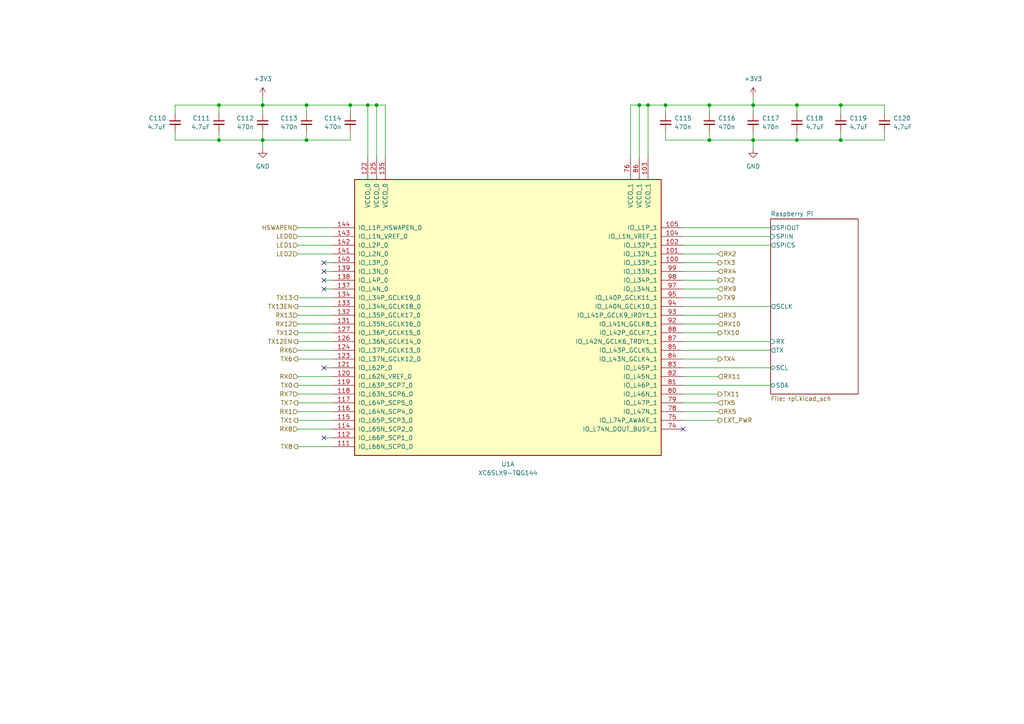
<source format=kicad_sch>
(kicad_sch
	(version 20231120)
	(generator "eeschema")
	(generator_version "8.0")
	(uuid "4be5ddf4-01cf-4038-a1ef-fcb0a36d5de1")
	(paper "A4")
	(lib_symbols
		(symbol "Device:C_Small"
			(pin_numbers hide)
			(pin_names
				(offset 0.254) hide)
			(exclude_from_sim no)
			(in_bom yes)
			(on_board yes)
			(property "Reference" "C"
				(at 0.254 1.778 0)
				(effects
					(font
						(size 1.27 1.27)
					)
					(justify left)
				)
			)
			(property "Value" "C_Small"
				(at 0.254 -2.032 0)
				(effects
					(font
						(size 1.27 1.27)
					)
					(justify left)
				)
			)
			(property "Footprint" ""
				(at 0 0 0)
				(effects
					(font
						(size 1.27 1.27)
					)
					(hide yes)
				)
			)
			(property "Datasheet" "~"
				(at 0 0 0)
				(effects
					(font
						(size 1.27 1.27)
					)
					(hide yes)
				)
			)
			(property "Description" "Unpolarized capacitor, small symbol"
				(at 0 0 0)
				(effects
					(font
						(size 1.27 1.27)
					)
					(hide yes)
				)
			)
			(property "ki_keywords" "capacitor cap"
				(at 0 0 0)
				(effects
					(font
						(size 1.27 1.27)
					)
					(hide yes)
				)
			)
			(property "ki_fp_filters" "C_*"
				(at 0 0 0)
				(effects
					(font
						(size 1.27 1.27)
					)
					(hide yes)
				)
			)
			(symbol "C_Small_0_1"
				(polyline
					(pts
						(xy -1.524 -0.508) (xy 1.524 -0.508)
					)
					(stroke
						(width 0.3302)
						(type default)
					)
					(fill
						(type none)
					)
				)
				(polyline
					(pts
						(xy -1.524 0.508) (xy 1.524 0.508)
					)
					(stroke
						(width 0.3048)
						(type default)
					)
					(fill
						(type none)
					)
				)
			)
			(symbol "C_Small_1_1"
				(pin passive line
					(at 0 2.54 270)
					(length 2.032)
					(name "~"
						(effects
							(font
								(size 1.27 1.27)
							)
						)
					)
					(number "1"
						(effects
							(font
								(size 1.27 1.27)
							)
						)
					)
				)
				(pin passive line
					(at 0 -2.54 90)
					(length 2.032)
					(name "~"
						(effects
							(font
								(size 1.27 1.27)
							)
						)
					)
					(number "2"
						(effects
							(font
								(size 1.27 1.27)
							)
						)
					)
				)
			)
		)
		(symbol "FPGA_Xilinx_Spartan6:XC6SLX9-TQG144"
			(pin_names
				(offset 1.016)
			)
			(exclude_from_sim no)
			(in_bom yes)
			(on_board yes)
			(property "Reference" "U"
				(at 0 1.27 0)
				(effects
					(font
						(size 1.27 1.27)
					)
				)
			)
			(property "Value" "XC6SLX9-TQG144"
				(at 0 -1.27 0)
				(effects
					(font
						(size 1.27 1.27)
					)
				)
			)
			(property "Footprint" ""
				(at 0 0 0)
				(effects
					(font
						(size 1.27 1.27)
					)
					(hide yes)
				)
			)
			(property "Datasheet" ""
				(at 0 0 0)
				(effects
					(font
						(size 1.27 1.27)
					)
				)
			)
			(property "Description" "Spartan 6 LX 9 XC6SLX9-TQG144"
				(at 0 0 0)
				(effects
					(font
						(size 1.27 1.27)
					)
					(hide yes)
				)
			)
			(property "ki_locked" ""
				(at 0 0 0)
				(effects
					(font
						(size 1.27 1.27)
					)
				)
			)
			(property "ki_keywords" "FPGA"
				(at 0 0 0)
				(effects
					(font
						(size 1.27 1.27)
					)
					(hide yes)
				)
			)
			(symbol "XC6SLX9-TQG144_1_1"
				(rectangle
					(start -44.45 36.83)
					(end 44.45 -43.18)
					(stroke
						(width 0.254)
						(type default)
					)
					(fill
						(type background)
					)
				)
				(pin bidirectional line
					(at 50.8 12.7 180)
					(length 6.35)
					(name "IO_L33P_1"
						(effects
							(font
								(size 1.27 1.27)
							)
						)
					)
					(number "100"
						(effects
							(font
								(size 1.27 1.27)
							)
						)
					)
				)
				(pin bidirectional line
					(at 50.8 15.24 180)
					(length 6.35)
					(name "IO_L32N_1"
						(effects
							(font
								(size 1.27 1.27)
							)
						)
					)
					(number "101"
						(effects
							(font
								(size 1.27 1.27)
							)
						)
					)
				)
				(pin bidirectional line
					(at 50.8 17.78 180)
					(length 6.35)
					(name "IO_L32P_1"
						(effects
							(font
								(size 1.27 1.27)
							)
						)
					)
					(number "102"
						(effects
							(font
								(size 1.27 1.27)
							)
						)
					)
				)
				(pin power_in line
					(at 40.64 43.18 270)
					(length 6.35)
					(name "VCCO_1"
						(effects
							(font
								(size 1.27 1.27)
							)
						)
					)
					(number "103"
						(effects
							(font
								(size 1.27 1.27)
							)
						)
					)
				)
				(pin bidirectional line
					(at 50.8 20.32 180)
					(length 6.35)
					(name "IO_L1N_VREF_1"
						(effects
							(font
								(size 1.27 1.27)
							)
						)
					)
					(number "104"
						(effects
							(font
								(size 1.27 1.27)
							)
						)
					)
				)
				(pin bidirectional line
					(at 50.8 22.86 180)
					(length 6.35)
					(name "IO_L1P_1"
						(effects
							(font
								(size 1.27 1.27)
							)
						)
					)
					(number "105"
						(effects
							(font
								(size 1.27 1.27)
							)
						)
					)
				)
				(pin bidirectional line
					(at -50.8 -40.64 0)
					(length 6.35)
					(name "IO_L66N_SCP0_0"
						(effects
							(font
								(size 1.27 1.27)
							)
						)
					)
					(number "111"
						(effects
							(font
								(size 1.27 1.27)
							)
						)
					)
				)
				(pin bidirectional line
					(at -50.8 -38.1 0)
					(length 6.35)
					(name "IO_L66P_SCP1_0"
						(effects
							(font
								(size 1.27 1.27)
							)
						)
					)
					(number "112"
						(effects
							(font
								(size 1.27 1.27)
							)
						)
					)
				)
				(pin bidirectional line
					(at -50.8 -35.56 0)
					(length 6.35)
					(name "IO_L65N_SCP2_0"
						(effects
							(font
								(size 1.27 1.27)
							)
						)
					)
					(number "114"
						(effects
							(font
								(size 1.27 1.27)
							)
						)
					)
				)
				(pin bidirectional line
					(at -50.8 -33.02 0)
					(length 6.35)
					(name "IO_L65P_SCP3_0"
						(effects
							(font
								(size 1.27 1.27)
							)
						)
					)
					(number "115"
						(effects
							(font
								(size 1.27 1.27)
							)
						)
					)
				)
				(pin bidirectional line
					(at -50.8 -30.48 0)
					(length 6.35)
					(name "IO_L64N_SCP4_0"
						(effects
							(font
								(size 1.27 1.27)
							)
						)
					)
					(number "116"
						(effects
							(font
								(size 1.27 1.27)
							)
						)
					)
				)
				(pin bidirectional line
					(at -50.8 -27.94 0)
					(length 6.35)
					(name "IO_L64P_SCP5_0"
						(effects
							(font
								(size 1.27 1.27)
							)
						)
					)
					(number "117"
						(effects
							(font
								(size 1.27 1.27)
							)
						)
					)
				)
				(pin bidirectional line
					(at -50.8 -25.4 0)
					(length 6.35)
					(name "IO_L63N_SCP6_0"
						(effects
							(font
								(size 1.27 1.27)
							)
						)
					)
					(number "118"
						(effects
							(font
								(size 1.27 1.27)
							)
						)
					)
				)
				(pin bidirectional line
					(at -50.8 -22.86 0)
					(length 6.35)
					(name "IO_L63P_SCP7_0"
						(effects
							(font
								(size 1.27 1.27)
							)
						)
					)
					(number "119"
						(effects
							(font
								(size 1.27 1.27)
							)
						)
					)
				)
				(pin bidirectional line
					(at -50.8 -20.32 0)
					(length 6.35)
					(name "IO_L62N_VREF_0"
						(effects
							(font
								(size 1.27 1.27)
							)
						)
					)
					(number "120"
						(effects
							(font
								(size 1.27 1.27)
							)
						)
					)
				)
				(pin bidirectional line
					(at -50.8 -17.78 0)
					(length 6.35)
					(name "IO_L62P_0"
						(effects
							(font
								(size 1.27 1.27)
							)
						)
					)
					(number "121"
						(effects
							(font
								(size 1.27 1.27)
							)
						)
					)
				)
				(pin power_in line
					(at -40.64 43.18 270)
					(length 6.35)
					(name "VCCO_0"
						(effects
							(font
								(size 1.27 1.27)
							)
						)
					)
					(number "122"
						(effects
							(font
								(size 1.27 1.27)
							)
						)
					)
				)
				(pin bidirectional line
					(at -50.8 -15.24 0)
					(length 6.35)
					(name "IO_L37N_GCLK12_0"
						(effects
							(font
								(size 1.27 1.27)
							)
						)
					)
					(number "123"
						(effects
							(font
								(size 1.27 1.27)
							)
						)
					)
				)
				(pin bidirectional line
					(at -50.8 -12.7 0)
					(length 6.35)
					(name "IO_L37P_GCLK13_0"
						(effects
							(font
								(size 1.27 1.27)
							)
						)
					)
					(number "124"
						(effects
							(font
								(size 1.27 1.27)
							)
						)
					)
				)
				(pin power_in line
					(at -38.1 43.18 270)
					(length 6.35)
					(name "VCCO_0"
						(effects
							(font
								(size 1.27 1.27)
							)
						)
					)
					(number "125"
						(effects
							(font
								(size 1.27 1.27)
							)
						)
					)
				)
				(pin bidirectional line
					(at -50.8 -10.16 0)
					(length 6.35)
					(name "IO_L36N_GCLK14_0"
						(effects
							(font
								(size 1.27 1.27)
							)
						)
					)
					(number "126"
						(effects
							(font
								(size 1.27 1.27)
							)
						)
					)
				)
				(pin bidirectional line
					(at -50.8 -7.62 0)
					(length 6.35)
					(name "IO_L36P_GCLK15_0"
						(effects
							(font
								(size 1.27 1.27)
							)
						)
					)
					(number "127"
						(effects
							(font
								(size 1.27 1.27)
							)
						)
					)
				)
				(pin bidirectional line
					(at -50.8 -5.08 0)
					(length 6.35)
					(name "IO_L35N_GCLK16_0"
						(effects
							(font
								(size 1.27 1.27)
							)
						)
					)
					(number "131"
						(effects
							(font
								(size 1.27 1.27)
							)
						)
					)
				)
				(pin bidirectional line
					(at -50.8 -2.54 0)
					(length 6.35)
					(name "IO_L35P_GCLK17_0"
						(effects
							(font
								(size 1.27 1.27)
							)
						)
					)
					(number "132"
						(effects
							(font
								(size 1.27 1.27)
							)
						)
					)
				)
				(pin bidirectional line
					(at -50.8 0 0)
					(length 6.35)
					(name "IO_L34N_GCLK18_0"
						(effects
							(font
								(size 1.27 1.27)
							)
						)
					)
					(number "133"
						(effects
							(font
								(size 1.27 1.27)
							)
						)
					)
				)
				(pin bidirectional line
					(at -50.8 2.54 0)
					(length 6.35)
					(name "IO_L34P_GCLK19_0"
						(effects
							(font
								(size 1.27 1.27)
							)
						)
					)
					(number "134"
						(effects
							(font
								(size 1.27 1.27)
							)
						)
					)
				)
				(pin power_in line
					(at -35.56 43.18 270)
					(length 6.35)
					(name "VCCO_0"
						(effects
							(font
								(size 1.27 1.27)
							)
						)
					)
					(number "135"
						(effects
							(font
								(size 1.27 1.27)
							)
						)
					)
				)
				(pin bidirectional line
					(at -50.8 5.08 0)
					(length 6.35)
					(name "IO_L4N_0"
						(effects
							(font
								(size 1.27 1.27)
							)
						)
					)
					(number "137"
						(effects
							(font
								(size 1.27 1.27)
							)
						)
					)
				)
				(pin bidirectional line
					(at -50.8 7.62 0)
					(length 6.35)
					(name "IO_L4P_0"
						(effects
							(font
								(size 1.27 1.27)
							)
						)
					)
					(number "138"
						(effects
							(font
								(size 1.27 1.27)
							)
						)
					)
				)
				(pin bidirectional line
					(at -50.8 10.16 0)
					(length 6.35)
					(name "IO_L3N_0"
						(effects
							(font
								(size 1.27 1.27)
							)
						)
					)
					(number "139"
						(effects
							(font
								(size 1.27 1.27)
							)
						)
					)
				)
				(pin bidirectional line
					(at -50.8 12.7 0)
					(length 6.35)
					(name "IO_L3P_0"
						(effects
							(font
								(size 1.27 1.27)
							)
						)
					)
					(number "140"
						(effects
							(font
								(size 1.27 1.27)
							)
						)
					)
				)
				(pin bidirectional line
					(at -50.8 15.24 0)
					(length 6.35)
					(name "IO_L2N_0"
						(effects
							(font
								(size 1.27 1.27)
							)
						)
					)
					(number "141"
						(effects
							(font
								(size 1.27 1.27)
							)
						)
					)
				)
				(pin bidirectional line
					(at -50.8 17.78 0)
					(length 6.35)
					(name "IO_L2P_0"
						(effects
							(font
								(size 1.27 1.27)
							)
						)
					)
					(number "142"
						(effects
							(font
								(size 1.27 1.27)
							)
						)
					)
				)
				(pin bidirectional line
					(at -50.8 20.32 0)
					(length 6.35)
					(name "IO_L1N_VREF_0"
						(effects
							(font
								(size 1.27 1.27)
							)
						)
					)
					(number "143"
						(effects
							(font
								(size 1.27 1.27)
							)
						)
					)
				)
				(pin bidirectional line
					(at -50.8 22.86 0)
					(length 6.35)
					(name "IO_L1P_HSWAPEN_0"
						(effects
							(font
								(size 1.27 1.27)
							)
						)
					)
					(number "144"
						(effects
							(font
								(size 1.27 1.27)
							)
						)
					)
				)
				(pin bidirectional line
					(at 50.8 -35.56 180)
					(length 6.35)
					(name "IO_L74N_DOUT_BUSY_1"
						(effects
							(font
								(size 1.27 1.27)
							)
						)
					)
					(number "74"
						(effects
							(font
								(size 1.27 1.27)
							)
						)
					)
				)
				(pin bidirectional line
					(at 50.8 -33.02 180)
					(length 6.35)
					(name "IO_L74P_AWAKE_1"
						(effects
							(font
								(size 1.27 1.27)
							)
						)
					)
					(number "75"
						(effects
							(font
								(size 1.27 1.27)
							)
						)
					)
				)
				(pin power_in line
					(at 35.56 43.18 270)
					(length 6.35)
					(name "VCCO_1"
						(effects
							(font
								(size 1.27 1.27)
							)
						)
					)
					(number "76"
						(effects
							(font
								(size 1.27 1.27)
							)
						)
					)
				)
				(pin bidirectional line
					(at 50.8 -30.48 180)
					(length 6.35)
					(name "IO_L47N_1"
						(effects
							(font
								(size 1.27 1.27)
							)
						)
					)
					(number "78"
						(effects
							(font
								(size 1.27 1.27)
							)
						)
					)
				)
				(pin bidirectional line
					(at 50.8 -27.94 180)
					(length 6.35)
					(name "IO_L47P_1"
						(effects
							(font
								(size 1.27 1.27)
							)
						)
					)
					(number "79"
						(effects
							(font
								(size 1.27 1.27)
							)
						)
					)
				)
				(pin bidirectional line
					(at 50.8 -25.4 180)
					(length 6.35)
					(name "IO_L46N_1"
						(effects
							(font
								(size 1.27 1.27)
							)
						)
					)
					(number "80"
						(effects
							(font
								(size 1.27 1.27)
							)
						)
					)
				)
				(pin bidirectional line
					(at 50.8 -22.86 180)
					(length 6.35)
					(name "IO_L46P_1"
						(effects
							(font
								(size 1.27 1.27)
							)
						)
					)
					(number "81"
						(effects
							(font
								(size 1.27 1.27)
							)
						)
					)
				)
				(pin bidirectional line
					(at 50.8 -20.32 180)
					(length 6.35)
					(name "IO_L45N_1"
						(effects
							(font
								(size 1.27 1.27)
							)
						)
					)
					(number "82"
						(effects
							(font
								(size 1.27 1.27)
							)
						)
					)
				)
				(pin bidirectional line
					(at 50.8 -17.78 180)
					(length 6.35)
					(name "IO_L45P_1"
						(effects
							(font
								(size 1.27 1.27)
							)
						)
					)
					(number "83"
						(effects
							(font
								(size 1.27 1.27)
							)
						)
					)
				)
				(pin bidirectional line
					(at 50.8 -15.24 180)
					(length 6.35)
					(name "IO_L43N_GCLK4_1"
						(effects
							(font
								(size 1.27 1.27)
							)
						)
					)
					(number "84"
						(effects
							(font
								(size 1.27 1.27)
							)
						)
					)
				)
				(pin bidirectional line
					(at 50.8 -12.7 180)
					(length 6.35)
					(name "IO_L43P_GCLK5_1"
						(effects
							(font
								(size 1.27 1.27)
							)
						)
					)
					(number "85"
						(effects
							(font
								(size 1.27 1.27)
							)
						)
					)
				)
				(pin power_in line
					(at 38.1 43.18 270)
					(length 6.35)
					(name "VCCO_1"
						(effects
							(font
								(size 1.27 1.27)
							)
						)
					)
					(number "86"
						(effects
							(font
								(size 1.27 1.27)
							)
						)
					)
				)
				(pin bidirectional line
					(at 50.8 -10.16 180)
					(length 6.35)
					(name "IO_L42N_GCLK6_TRDY1_1"
						(effects
							(font
								(size 1.27 1.27)
							)
						)
					)
					(number "87"
						(effects
							(font
								(size 1.27 1.27)
							)
						)
					)
				)
				(pin bidirectional line
					(at 50.8 -7.62 180)
					(length 6.35)
					(name "IO_L42P_GCLK7_1"
						(effects
							(font
								(size 1.27 1.27)
							)
						)
					)
					(number "88"
						(effects
							(font
								(size 1.27 1.27)
							)
						)
					)
				)
				(pin bidirectional line
					(at 50.8 -5.08 180)
					(length 6.35)
					(name "IO_L41N_GCLK8_1"
						(effects
							(font
								(size 1.27 1.27)
							)
						)
					)
					(number "92"
						(effects
							(font
								(size 1.27 1.27)
							)
						)
					)
				)
				(pin bidirectional line
					(at 50.8 -2.54 180)
					(length 6.35)
					(name "IO_L41P_GCLK9_IRDY1_1"
						(effects
							(font
								(size 1.27 1.27)
							)
						)
					)
					(number "93"
						(effects
							(font
								(size 1.27 1.27)
							)
						)
					)
				)
				(pin bidirectional line
					(at 50.8 0 180)
					(length 6.35)
					(name "IO_L40N_GCLK10_1"
						(effects
							(font
								(size 1.27 1.27)
							)
						)
					)
					(number "94"
						(effects
							(font
								(size 1.27 1.27)
							)
						)
					)
				)
				(pin bidirectional line
					(at 50.8 2.54 180)
					(length 6.35)
					(name "IO_L40P_GCLK11_1"
						(effects
							(font
								(size 1.27 1.27)
							)
						)
					)
					(number "95"
						(effects
							(font
								(size 1.27 1.27)
							)
						)
					)
				)
				(pin bidirectional line
					(at 50.8 5.08 180)
					(length 6.35)
					(name "IO_L34N_1"
						(effects
							(font
								(size 1.27 1.27)
							)
						)
					)
					(number "97"
						(effects
							(font
								(size 1.27 1.27)
							)
						)
					)
				)
				(pin bidirectional line
					(at 50.8 7.62 180)
					(length 6.35)
					(name "IO_L34P_1"
						(effects
							(font
								(size 1.27 1.27)
							)
						)
					)
					(number "98"
						(effects
							(font
								(size 1.27 1.27)
							)
						)
					)
				)
				(pin bidirectional line
					(at 50.8 10.16 180)
					(length 6.35)
					(name "IO_L33N_1"
						(effects
							(font
								(size 1.27 1.27)
							)
						)
					)
					(number "99"
						(effects
							(font
								(size 1.27 1.27)
							)
						)
					)
				)
			)
			(symbol "XC6SLX9-TQG144_2_1"
				(rectangle
					(start -44.45 36.83)
					(end 44.45 -43.18)
					(stroke
						(width 0.254)
						(type default)
					)
					(fill
						(type background)
					)
				)
				(pin bidirectional line
					(at 50.8 -40.64 180)
					(length 6.35)
					(name "IO_L83N_VREF_3"
						(effects
							(font
								(size 1.27 1.27)
							)
						)
					)
					(number "1"
						(effects
							(font
								(size 1.27 1.27)
							)
						)
					)
				)
				(pin bidirectional line
					(at 50.8 -22.86 180)
					(length 6.35)
					(name "IO_L50P_3"
						(effects
							(font
								(size 1.27 1.27)
							)
						)
					)
					(number "10"
						(effects
							(font
								(size 1.27 1.27)
							)
						)
					)
				)
				(pin bidirectional line
					(at 50.8 -20.32 180)
					(length 6.35)
					(name "IO_L49N_3"
						(effects
							(font
								(size 1.27 1.27)
							)
						)
					)
					(number "11"
						(effects
							(font
								(size 1.27 1.27)
							)
						)
					)
				)
				(pin bidirectional line
					(at 50.8 -17.78 180)
					(length 6.35)
					(name "IO_L49P_3"
						(effects
							(font
								(size 1.27 1.27)
							)
						)
					)
					(number "12"
						(effects
							(font
								(size 1.27 1.27)
							)
						)
					)
				)
				(pin bidirectional line
					(at 50.8 -15.24 180)
					(length 6.35)
					(name "IO_L44N_GCLK20_3"
						(effects
							(font
								(size 1.27 1.27)
							)
						)
					)
					(number "14"
						(effects
							(font
								(size 1.27 1.27)
							)
						)
					)
				)
				(pin bidirectional line
					(at 50.8 -12.7 180)
					(length 6.35)
					(name "IO_L44P_GCLK21_3"
						(effects
							(font
								(size 1.27 1.27)
							)
						)
					)
					(number "15"
						(effects
							(font
								(size 1.27 1.27)
							)
						)
					)
				)
				(pin bidirectional line
					(at 50.8 -10.16 180)
					(length 6.35)
					(name "IO_L43N_GCLK22_IRDY2_3"
						(effects
							(font
								(size 1.27 1.27)
							)
						)
					)
					(number "16"
						(effects
							(font
								(size 1.27 1.27)
							)
						)
					)
				)
				(pin bidirectional line
					(at 50.8 -7.62 180)
					(length 6.35)
					(name "IO_L43P_GCLK23_3"
						(effects
							(font
								(size 1.27 1.27)
							)
						)
					)
					(number "17"
						(effects
							(font
								(size 1.27 1.27)
							)
						)
					)
				)
				(pin power_in line
					(at 38.1 43.18 270)
					(length 6.35)
					(name "VCCO_3"
						(effects
							(font
								(size 1.27 1.27)
							)
						)
					)
					(number "18"
						(effects
							(font
								(size 1.27 1.27)
							)
						)
					)
				)
				(pin bidirectional line
					(at 50.8 -38.1 180)
					(length 6.35)
					(name "IO_L83P_3"
						(effects
							(font
								(size 1.27 1.27)
							)
						)
					)
					(number "2"
						(effects
							(font
								(size 1.27 1.27)
							)
						)
					)
				)
				(pin bidirectional line
					(at 50.8 -5.08 180)
					(length 6.35)
					(name "IO_L42N_GCLK24_3"
						(effects
							(font
								(size 1.27 1.27)
							)
						)
					)
					(number "21"
						(effects
							(font
								(size 1.27 1.27)
							)
						)
					)
				)
				(pin bidirectional line
					(at 50.8 -2.54 180)
					(length 6.35)
					(name "IO_L42P_GCLK25_TRDY2_3"
						(effects
							(font
								(size 1.27 1.27)
							)
						)
					)
					(number "22"
						(effects
							(font
								(size 1.27 1.27)
							)
						)
					)
				)
				(pin bidirectional line
					(at 50.8 0 180)
					(length 6.35)
					(name "IO_L41N_GCLK26_3"
						(effects
							(font
								(size 1.27 1.27)
							)
						)
					)
					(number "23"
						(effects
							(font
								(size 1.27 1.27)
							)
						)
					)
				)
				(pin bidirectional line
					(at 50.8 2.54 180)
					(length 6.35)
					(name "IO_L41P_GCLK27_3"
						(effects
							(font
								(size 1.27 1.27)
							)
						)
					)
					(number "24"
						(effects
							(font
								(size 1.27 1.27)
							)
						)
					)
				)
				(pin bidirectional line
					(at 50.8 5.08 180)
					(length 6.35)
					(name "IO_L37N_3"
						(effects
							(font
								(size 1.27 1.27)
							)
						)
					)
					(number "26"
						(effects
							(font
								(size 1.27 1.27)
							)
						)
					)
				)
				(pin bidirectional line
					(at 50.8 7.62 180)
					(length 6.35)
					(name "IO_L37P_3"
						(effects
							(font
								(size 1.27 1.27)
							)
						)
					)
					(number "27"
						(effects
							(font
								(size 1.27 1.27)
							)
						)
					)
				)
				(pin bidirectional line
					(at 50.8 10.16 180)
					(length 6.35)
					(name "IO_L36N_3"
						(effects
							(font
								(size 1.27 1.27)
							)
						)
					)
					(number "29"
						(effects
							(font
								(size 1.27 1.27)
							)
						)
					)
				)
				(pin bidirectional line
					(at 50.8 12.7 180)
					(length 6.35)
					(name "IO_L36P_3"
						(effects
							(font
								(size 1.27 1.27)
							)
						)
					)
					(number "30"
						(effects
							(font
								(size 1.27 1.27)
							)
						)
					)
				)
				(pin power_in line
					(at 40.64 43.18 270)
					(length 6.35)
					(name "VCCO_3"
						(effects
							(font
								(size 1.27 1.27)
							)
						)
					)
					(number "31"
						(effects
							(font
								(size 1.27 1.27)
							)
						)
					)
				)
				(pin bidirectional line
					(at 50.8 15.24 180)
					(length 6.35)
					(name "IO_L2N_3"
						(effects
							(font
								(size 1.27 1.27)
							)
						)
					)
					(number "32"
						(effects
							(font
								(size 1.27 1.27)
							)
						)
					)
				)
				(pin bidirectional line
					(at 50.8 17.78 180)
					(length 6.35)
					(name "IO_L2P_3"
						(effects
							(font
								(size 1.27 1.27)
							)
						)
					)
					(number "33"
						(effects
							(font
								(size 1.27 1.27)
							)
						)
					)
				)
				(pin bidirectional line
					(at 50.8 20.32 180)
					(length 6.35)
					(name "IO_L1N_VREF_3"
						(effects
							(font
								(size 1.27 1.27)
							)
						)
					)
					(number "34"
						(effects
							(font
								(size 1.27 1.27)
							)
						)
					)
				)
				(pin bidirectional line
					(at 50.8 22.86 180)
					(length 6.35)
					(name "IO_L1P_3"
						(effects
							(font
								(size 1.27 1.27)
							)
						)
					)
					(number "35"
						(effects
							(font
								(size 1.27 1.27)
							)
						)
					)
				)
				(pin bidirectional line
					(at -50.8 -40.64 0)
					(length 6.35)
					(name "IO_L65N_CSO_B_2"
						(effects
							(font
								(size 1.27 1.27)
							)
						)
					)
					(number "38"
						(effects
							(font
								(size 1.27 1.27)
							)
						)
					)
				)
				(pin bidirectional line
					(at -50.8 -38.1 0)
					(length 6.35)
					(name "IO_L65P_INIT_B_2"
						(effects
							(font
								(size 1.27 1.27)
							)
						)
					)
					(number "39"
						(effects
							(font
								(size 1.27 1.27)
							)
						)
					)
				)
				(pin power_in line
					(at 35.56 43.18 270)
					(length 6.35)
					(name "VCCO_3"
						(effects
							(font
								(size 1.27 1.27)
							)
						)
					)
					(number "4"
						(effects
							(font
								(size 1.27 1.27)
							)
						)
					)
				)
				(pin bidirectional line
					(at -50.8 -35.56 0)
					(length 6.35)
					(name "IO_L64N_D9_2"
						(effects
							(font
								(size 1.27 1.27)
							)
						)
					)
					(number "40"
						(effects
							(font
								(size 1.27 1.27)
							)
						)
					)
				)
				(pin bidirectional line
					(at -50.8 -33.02 0)
					(length 6.35)
					(name "IO_L64P_D8_2"
						(effects
							(font
								(size 1.27 1.27)
							)
						)
					)
					(number "41"
						(effects
							(font
								(size 1.27 1.27)
							)
						)
					)
				)
				(pin power_in line
					(at -40.64 43.18 270)
					(length 6.35)
					(name "VCCO_2"
						(effects
							(font
								(size 1.27 1.27)
							)
						)
					)
					(number "42"
						(effects
							(font
								(size 1.27 1.27)
							)
						)
					)
				)
				(pin bidirectional line
					(at -50.8 -30.48 0)
					(length 6.35)
					(name "IO_L62N_D6_2"
						(effects
							(font
								(size 1.27 1.27)
							)
						)
					)
					(number "43"
						(effects
							(font
								(size 1.27 1.27)
							)
						)
					)
				)
				(pin bidirectional line
					(at -50.8 -27.94 0)
					(length 6.35)
					(name "IO_L62P_D5_2"
						(effects
							(font
								(size 1.27 1.27)
							)
						)
					)
					(number "44"
						(effects
							(font
								(size 1.27 1.27)
							)
						)
					)
				)
				(pin bidirectional line
					(at -50.8 -25.4 0)
					(length 6.35)
					(name "IO_L49N_D4_2"
						(effects
							(font
								(size 1.27 1.27)
							)
						)
					)
					(number "45"
						(effects
							(font
								(size 1.27 1.27)
							)
						)
					)
				)
				(pin bidirectional line
					(at -50.8 -22.86 0)
					(length 6.35)
					(name "IO_L49P_D3_2"
						(effects
							(font
								(size 1.27 1.27)
							)
						)
					)
					(number "46"
						(effects
							(font
								(size 1.27 1.27)
							)
						)
					)
				)
				(pin bidirectional line
					(at -50.8 -20.32 0)
					(length 6.35)
					(name "IO_L48N_RDWR_B_VREF_2"
						(effects
							(font
								(size 1.27 1.27)
							)
						)
					)
					(number "47"
						(effects
							(font
								(size 1.27 1.27)
							)
						)
					)
				)
				(pin bidirectional line
					(at -50.8 -17.78 0)
					(length 6.35)
					(name "IO_L48P_D7_2"
						(effects
							(font
								(size 1.27 1.27)
							)
						)
					)
					(number "48"
						(effects
							(font
								(size 1.27 1.27)
							)
						)
					)
				)
				(pin bidirectional line
					(at 50.8 -35.56 180)
					(length 6.35)
					(name "IO_L52N_3"
						(effects
							(font
								(size 1.27 1.27)
							)
						)
					)
					(number "5"
						(effects
							(font
								(size 1.27 1.27)
							)
						)
					)
				)
				(pin bidirectional line
					(at -50.8 -15.24 0)
					(length 6.35)
					(name "IO_L31N_GCLK30_D15_2"
						(effects
							(font
								(size 1.27 1.27)
							)
						)
					)
					(number "50"
						(effects
							(font
								(size 1.27 1.27)
							)
						)
					)
				)
				(pin bidirectional line
					(at -50.8 -12.7 0)
					(length 6.35)
					(name "IO_L31P_GCLK31_D14_2"
						(effects
							(font
								(size 1.27 1.27)
							)
						)
					)
					(number "51"
						(effects
							(font
								(size 1.27 1.27)
							)
						)
					)
				)
				(pin bidirectional line
					(at -50.8 -10.16 0)
					(length 6.35)
					(name "IO_L30N_GCLK0_USERCCLK_2"
						(effects
							(font
								(size 1.27 1.27)
							)
						)
					)
					(number "55"
						(effects
							(font
								(size 1.27 1.27)
							)
						)
					)
				)
				(pin bidirectional line
					(at -50.8 -7.62 0)
					(length 6.35)
					(name "IO_L30P_GCLK1_D13_2"
						(effects
							(font
								(size 1.27 1.27)
							)
						)
					)
					(number "56"
						(effects
							(font
								(size 1.27 1.27)
							)
						)
					)
				)
				(pin bidirectional line
					(at -50.8 -5.08 0)
					(length 6.35)
					(name "IO_L14N_D12_2"
						(effects
							(font
								(size 1.27 1.27)
							)
						)
					)
					(number "57"
						(effects
							(font
								(size 1.27 1.27)
							)
						)
					)
				)
				(pin bidirectional line
					(at -50.8 -2.54 0)
					(length 6.35)
					(name "IO_L14P_D11_2"
						(effects
							(font
								(size 1.27 1.27)
							)
						)
					)
					(number "58"
						(effects
							(font
								(size 1.27 1.27)
							)
						)
					)
				)
				(pin bidirectional line
					(at -50.8 0 0)
					(length 6.35)
					(name "IO_L13N_D10_2"
						(effects
							(font
								(size 1.27 1.27)
							)
						)
					)
					(number "59"
						(effects
							(font
								(size 1.27 1.27)
							)
						)
					)
				)
				(pin bidirectional line
					(at 50.8 -33.02 180)
					(length 6.35)
					(name "IO_L52P_3"
						(effects
							(font
								(size 1.27 1.27)
							)
						)
					)
					(number "6"
						(effects
							(font
								(size 1.27 1.27)
							)
						)
					)
				)
				(pin bidirectional line
					(at -50.8 2.54 0)
					(length 6.35)
					(name "IO_L13P_M1_2"
						(effects
							(font
								(size 1.27 1.27)
							)
						)
					)
					(number "60"
						(effects
							(font
								(size 1.27 1.27)
							)
						)
					)
				)
				(pin bidirectional line
					(at -50.8 5.08 0)
					(length 6.35)
					(name "IO_L12N_D2_MISO3_2"
						(effects
							(font
								(size 1.27 1.27)
							)
						)
					)
					(number "61"
						(effects
							(font
								(size 1.27 1.27)
							)
						)
					)
				)
				(pin bidirectional line
					(at -50.8 7.62 0)
					(length 6.35)
					(name "IO_L12P_D1_MISO2_2"
						(effects
							(font
								(size 1.27 1.27)
							)
						)
					)
					(number "62"
						(effects
							(font
								(size 1.27 1.27)
							)
						)
					)
				)
				(pin power_in line
					(at -38.1 43.18 270)
					(length 6.35)
					(name "VCCO_2"
						(effects
							(font
								(size 1.27 1.27)
							)
						)
					)
					(number "63"
						(effects
							(font
								(size 1.27 1.27)
							)
						)
					)
				)
				(pin bidirectional line
					(at -50.8 10.16 0)
					(length 6.35)
					(name "IO_L3N_MOSI_CSI_B_MISO0_2"
						(effects
							(font
								(size 1.27 1.27)
							)
						)
					)
					(number "64"
						(effects
							(font
								(size 1.27 1.27)
							)
						)
					)
				)
				(pin bidirectional line
					(at -50.8 12.7 0)
					(length 6.35)
					(name "IO_L3P_D0_DIN_MISO_MISO1_2"
						(effects
							(font
								(size 1.27 1.27)
							)
						)
					)
					(number "65"
						(effects
							(font
								(size 1.27 1.27)
							)
						)
					)
				)
				(pin bidirectional line
					(at -50.8 15.24 0)
					(length 6.35)
					(name "IO_L2N_CMPMOSI_2"
						(effects
							(font
								(size 1.27 1.27)
							)
						)
					)
					(number "66"
						(effects
							(font
								(size 1.27 1.27)
							)
						)
					)
				)
				(pin bidirectional line
					(at -50.8 17.78 0)
					(length 6.35)
					(name "IO_L2P_CMPCLK_2"
						(effects
							(font
								(size 1.27 1.27)
							)
						)
					)
					(number "67"
						(effects
							(font
								(size 1.27 1.27)
							)
						)
					)
				)
				(pin bidirectional line
					(at -50.8 20.32 0)
					(length 6.35)
					(name "IO_L1N_M0_CMPMISO_2"
						(effects
							(font
								(size 1.27 1.27)
							)
						)
					)
					(number "69"
						(effects
							(font
								(size 1.27 1.27)
							)
						)
					)
				)
				(pin bidirectional line
					(at 50.8 -30.48 180)
					(length 6.35)
					(name "IO_L51N_3"
						(effects
							(font
								(size 1.27 1.27)
							)
						)
					)
					(number "7"
						(effects
							(font
								(size 1.27 1.27)
							)
						)
					)
				)
				(pin bidirectional line
					(at -50.8 22.86 0)
					(length 6.35)
					(name "IO_L1P_CCLK_2"
						(effects
							(font
								(size 1.27 1.27)
							)
						)
					)
					(number "70"
						(effects
							(font
								(size 1.27 1.27)
							)
						)
					)
				)
				(pin bidirectional line
					(at 50.8 -27.94 180)
					(length 6.35)
					(name "IO_L51P_3"
						(effects
							(font
								(size 1.27 1.27)
							)
						)
					)
					(number "8"
						(effects
							(font
								(size 1.27 1.27)
							)
						)
					)
				)
				(pin bidirectional line
					(at 50.8 -25.4 180)
					(length 6.35)
					(name "IO_L50N_3"
						(effects
							(font
								(size 1.27 1.27)
							)
						)
					)
					(number "9"
						(effects
							(font
								(size 1.27 1.27)
							)
						)
					)
				)
			)
			(symbol "XC6SLX9-TQG144_3_1"
				(rectangle
					(start -31.75 15.24)
					(end 31.75 -15.24)
					(stroke
						(width 0.254)
						(type default)
					)
					(fill
						(type background)
					)
				)
				(pin bidirectional line
					(at 38.1 10.16 180)
					(length 6.35)
					(name "TDO"
						(effects
							(font
								(size 1.27 1.27)
							)
						)
					)
					(number "106"
						(effects
							(font
								(size 1.27 1.27)
							)
						)
					)
				)
				(pin bidirectional line
					(at 38.1 7.62 180)
					(length 6.35)
					(name "TMS"
						(effects
							(font
								(size 1.27 1.27)
							)
						)
					)
					(number "107"
						(effects
							(font
								(size 1.27 1.27)
							)
						)
					)
				)
				(pin bidirectional line
					(at 38.1 5.08 180)
					(length 6.35)
					(name "TCK"
						(effects
							(font
								(size 1.27 1.27)
							)
						)
					)
					(number "109"
						(effects
							(font
								(size 1.27 1.27)
							)
						)
					)
				)
				(pin bidirectional line
					(at 38.1 12.7 180)
					(length 6.35)
					(name "TDI"
						(effects
							(font
								(size 1.27 1.27)
							)
						)
					)
					(number "110"
						(effects
							(font
								(size 1.27 1.27)
							)
						)
					)
				)
				(pin bidirectional line
					(at 38.1 -2.54 180)
					(length 6.35)
					(name "PROGRAM_B_2"
						(effects
							(font
								(size 1.27 1.27)
							)
						)
					)
					(number "37"
						(effects
							(font
								(size 1.27 1.27)
							)
						)
					)
				)
				(pin bidirectional line
					(at 38.1 0 180)
					(length 6.35)
					(name "DONE_2"
						(effects
							(font
								(size 1.27 1.27)
							)
						)
					)
					(number "71"
						(effects
							(font
								(size 1.27 1.27)
							)
						)
					)
				)
				(pin bidirectional line
					(at 38.1 -12.7 180)
					(length 6.35)
					(name "CMPCS_B_2"
						(effects
							(font
								(size 1.27 1.27)
							)
						)
					)
					(number "72"
						(effects
							(font
								(size 1.27 1.27)
							)
						)
					)
				)
				(pin bidirectional line
					(at 38.1 -7.62 180)
					(length 6.35)
					(name "SUSPEND"
						(effects
							(font
								(size 1.27 1.27)
							)
						)
					)
					(number "73"
						(effects
							(font
								(size 1.27 1.27)
							)
						)
					)
				)
			)
			(symbol "XC6SLX9-TQG144_4_1"
				(rectangle
					(start -19.05 17.78)
					(end 19.05 -17.78)
					(stroke
						(width 0.254)
						(type default)
					)
					(fill
						(type background)
					)
				)
				(pin power_in line
					(at 25.4 -7.62 180)
					(length 6.35)
					(name "GND"
						(effects
							(font
								(size 1.27 1.27)
							)
						)
					)
					(number "108"
						(effects
							(font
								(size 1.27 1.27)
							)
						)
					)
				)
				(pin power_in line
					(at 25.4 -10.16 180)
					(length 6.35)
					(name "GND"
						(effects
							(font
								(size 1.27 1.27)
							)
						)
					)
					(number "113"
						(effects
							(font
								(size 1.27 1.27)
							)
						)
					)
				)
				(pin power_in line
					(at 25.4 5.08 180)
					(length 6.35)
					(name "VCCINT"
						(effects
							(font
								(size 1.27 1.27)
							)
						)
					)
					(number "128"
						(effects
							(font
								(size 1.27 1.27)
							)
						)
					)
				)
				(pin power_in line
					(at -25.4 5.08 0)
					(length 6.35)
					(name "VCCAUX"
						(effects
							(font
								(size 1.27 1.27)
							)
						)
					)
					(number "129"
						(effects
							(font
								(size 1.27 1.27)
							)
						)
					)
				)
				(pin power_in line
					(at -25.4 -2.54 0)
					(length 6.35)
					(name "GND"
						(effects
							(font
								(size 1.27 1.27)
							)
						)
					)
					(number "13"
						(effects
							(font
								(size 1.27 1.27)
							)
						)
					)
				)
				(pin power_in line
					(at 25.4 -12.7 180)
					(length 6.35)
					(name "GND"
						(effects
							(font
								(size 1.27 1.27)
							)
						)
					)
					(number "130"
						(effects
							(font
								(size 1.27 1.27)
							)
						)
					)
				)
				(pin power_in line
					(at 25.4 -15.24 180)
					(length 6.35)
					(name "GND"
						(effects
							(font
								(size 1.27 1.27)
							)
						)
					)
					(number "136"
						(effects
							(font
								(size 1.27 1.27)
							)
						)
					)
				)
				(pin power_in line
					(at 25.4 15.24 180)
					(length 6.35)
					(name "VCCINT"
						(effects
							(font
								(size 1.27 1.27)
							)
						)
					)
					(number "19"
						(effects
							(font
								(size 1.27 1.27)
							)
						)
					)
				)
				(pin power_in line
					(at -25.4 15.24 0)
					(length 6.35)
					(name "VCCAUX"
						(effects
							(font
								(size 1.27 1.27)
							)
						)
					)
					(number "20"
						(effects
							(font
								(size 1.27 1.27)
							)
						)
					)
				)
				(pin power_in line
					(at -25.4 -5.08 0)
					(length 6.35)
					(name "GND"
						(effects
							(font
								(size 1.27 1.27)
							)
						)
					)
					(number "25"
						(effects
							(font
								(size 1.27 1.27)
							)
						)
					)
				)
				(pin power_in line
					(at 25.4 12.7 180)
					(length 6.35)
					(name "VCCINT"
						(effects
							(font
								(size 1.27 1.27)
							)
						)
					)
					(number "28"
						(effects
							(font
								(size 1.27 1.27)
							)
						)
					)
				)
				(pin power_in line
					(at -25.4 0 0)
					(length 6.35)
					(name "GND"
						(effects
							(font
								(size 1.27 1.27)
							)
						)
					)
					(number "3"
						(effects
							(font
								(size 1.27 1.27)
							)
						)
					)
				)
				(pin power_in line
					(at -25.4 12.7 0)
					(length 6.35)
					(name "VCCAUX"
						(effects
							(font
								(size 1.27 1.27)
							)
						)
					)
					(number "36"
						(effects
							(font
								(size 1.27 1.27)
							)
						)
					)
				)
				(pin power_in line
					(at -25.4 -7.62 0)
					(length 6.35)
					(name "GND"
						(effects
							(font
								(size 1.27 1.27)
							)
						)
					)
					(number "49"
						(effects
							(font
								(size 1.27 1.27)
							)
						)
					)
				)
				(pin power_in line
					(at 25.4 10.16 180)
					(length 6.35)
					(name "VCCINT"
						(effects
							(font
								(size 1.27 1.27)
							)
						)
					)
					(number "52"
						(effects
							(font
								(size 1.27 1.27)
							)
						)
					)
				)
				(pin power_in line
					(at -25.4 10.16 0)
					(length 6.35)
					(name "VCCAUX"
						(effects
							(font
								(size 1.27 1.27)
							)
						)
					)
					(number "53"
						(effects
							(font
								(size 1.27 1.27)
							)
						)
					)
				)
				(pin power_in line
					(at -25.4 -10.16 0)
					(length 6.35)
					(name "GND"
						(effects
							(font
								(size 1.27 1.27)
							)
						)
					)
					(number "54"
						(effects
							(font
								(size 1.27 1.27)
							)
						)
					)
				)
				(pin power_in line
					(at -25.4 -12.7 0)
					(length 6.35)
					(name "GND"
						(effects
							(font
								(size 1.27 1.27)
							)
						)
					)
					(number "68"
						(effects
							(font
								(size 1.27 1.27)
							)
						)
					)
				)
				(pin power_in line
					(at -25.4 -15.24 0)
					(length 6.35)
					(name "GND"
						(effects
							(font
								(size 1.27 1.27)
							)
						)
					)
					(number "77"
						(effects
							(font
								(size 1.27 1.27)
							)
						)
					)
				)
				(pin power_in line
					(at 25.4 7.62 180)
					(length 6.35)
					(name "VCCINT"
						(effects
							(font
								(size 1.27 1.27)
							)
						)
					)
					(number "89"
						(effects
							(font
								(size 1.27 1.27)
							)
						)
					)
				)
				(pin power_in line
					(at -25.4 7.62 0)
					(length 6.35)
					(name "VCCAUX"
						(effects
							(font
								(size 1.27 1.27)
							)
						)
					)
					(number "90"
						(effects
							(font
								(size 1.27 1.27)
							)
						)
					)
				)
				(pin power_in line
					(at 25.4 -2.54 180)
					(length 6.35)
					(name "GND"
						(effects
							(font
								(size 1.27 1.27)
							)
						)
					)
					(number "91"
						(effects
							(font
								(size 1.27 1.27)
							)
						)
					)
				)
				(pin power_in line
					(at 25.4 -5.08 180)
					(length 6.35)
					(name "GND"
						(effects
							(font
								(size 1.27 1.27)
							)
						)
					)
					(number "96"
						(effects
							(font
								(size 1.27 1.27)
							)
						)
					)
				)
			)
		)
		(symbol "power:+3V3"
			(power)
			(pin_numbers hide)
			(pin_names
				(offset 0) hide)
			(exclude_from_sim no)
			(in_bom yes)
			(on_board yes)
			(property "Reference" "#PWR"
				(at 0 -3.81 0)
				(effects
					(font
						(size 1.27 1.27)
					)
					(hide yes)
				)
			)
			(property "Value" "+3V3"
				(at 0 3.556 0)
				(effects
					(font
						(size 1.27 1.27)
					)
				)
			)
			(property "Footprint" ""
				(at 0 0 0)
				(effects
					(font
						(size 1.27 1.27)
					)
					(hide yes)
				)
			)
			(property "Datasheet" ""
				(at 0 0 0)
				(effects
					(font
						(size 1.27 1.27)
					)
					(hide yes)
				)
			)
			(property "Description" "Power symbol creates a global label with name \"+3V3\""
				(at 0 0 0)
				(effects
					(font
						(size 1.27 1.27)
					)
					(hide yes)
				)
			)
			(property "ki_keywords" "global power"
				(at 0 0 0)
				(effects
					(font
						(size 1.27 1.27)
					)
					(hide yes)
				)
			)
			(symbol "+3V3_0_1"
				(polyline
					(pts
						(xy -0.762 1.27) (xy 0 2.54)
					)
					(stroke
						(width 0)
						(type default)
					)
					(fill
						(type none)
					)
				)
				(polyline
					(pts
						(xy 0 0) (xy 0 2.54)
					)
					(stroke
						(width 0)
						(type default)
					)
					(fill
						(type none)
					)
				)
				(polyline
					(pts
						(xy 0 2.54) (xy 0.762 1.27)
					)
					(stroke
						(width 0)
						(type default)
					)
					(fill
						(type none)
					)
				)
			)
			(symbol "+3V3_1_1"
				(pin power_in line
					(at 0 0 90)
					(length 0)
					(name "~"
						(effects
							(font
								(size 1.27 1.27)
							)
						)
					)
					(number "1"
						(effects
							(font
								(size 1.27 1.27)
							)
						)
					)
				)
			)
		)
		(symbol "power:GND"
			(power)
			(pin_numbers hide)
			(pin_names
				(offset 0) hide)
			(exclude_from_sim no)
			(in_bom yes)
			(on_board yes)
			(property "Reference" "#PWR"
				(at 0 -6.35 0)
				(effects
					(font
						(size 1.27 1.27)
					)
					(hide yes)
				)
			)
			(property "Value" "GND"
				(at 0 -3.81 0)
				(effects
					(font
						(size 1.27 1.27)
					)
				)
			)
			(property "Footprint" ""
				(at 0 0 0)
				(effects
					(font
						(size 1.27 1.27)
					)
					(hide yes)
				)
			)
			(property "Datasheet" ""
				(at 0 0 0)
				(effects
					(font
						(size 1.27 1.27)
					)
					(hide yes)
				)
			)
			(property "Description" "Power symbol creates a global label with name \"GND\" , ground"
				(at 0 0 0)
				(effects
					(font
						(size 1.27 1.27)
					)
					(hide yes)
				)
			)
			(property "ki_keywords" "global power"
				(at 0 0 0)
				(effects
					(font
						(size 1.27 1.27)
					)
					(hide yes)
				)
			)
			(symbol "GND_0_1"
				(polyline
					(pts
						(xy 0 0) (xy 0 -1.27) (xy 1.27 -1.27) (xy 0 -2.54) (xy -1.27 -1.27) (xy 0 -1.27)
					)
					(stroke
						(width 0)
						(type default)
					)
					(fill
						(type none)
					)
				)
			)
			(symbol "GND_1_1"
				(pin power_in line
					(at 0 0 270)
					(length 0)
					(name "~"
						(effects
							(font
								(size 1.27 1.27)
							)
						)
					)
					(number "1"
						(effects
							(font
								(size 1.27 1.27)
							)
						)
					)
				)
			)
		)
	)
	(junction
		(at 218.44 40.64)
		(diameter 0)
		(color 0 0 0 0)
		(uuid "3734d9d4-0ada-46b7-a9f6-9f5869203c73")
	)
	(junction
		(at 101.6 30.48)
		(diameter 0)
		(color 0 0 0 0)
		(uuid "435d387f-44f3-477e-b79d-dd7418595171")
	)
	(junction
		(at 231.14 30.48)
		(diameter 0)
		(color 0 0 0 0)
		(uuid "463daeab-7aaa-4ef1-addd-6f20974f362a")
	)
	(junction
		(at 187.96 30.48)
		(diameter 0)
		(color 0 0 0 0)
		(uuid "4f749c58-d206-4466-9451-15323bb13499")
	)
	(junction
		(at 243.84 40.64)
		(diameter 0)
		(color 0 0 0 0)
		(uuid "67653c39-d9d3-4990-95aa-819af99d7a06")
	)
	(junction
		(at 205.74 30.48)
		(diameter 0)
		(color 0 0 0 0)
		(uuid "6bc59b27-b90b-4de5-ba08-05d8c72b517c")
	)
	(junction
		(at 193.04 30.48)
		(diameter 0)
		(color 0 0 0 0)
		(uuid "6eb76105-714d-4718-a2e7-43fd2eae30e4")
	)
	(junction
		(at 218.44 30.48)
		(diameter 0)
		(color 0 0 0 0)
		(uuid "774ed3ad-8c9a-4a11-8f0e-409e56128bfd")
	)
	(junction
		(at 63.5 30.48)
		(diameter 0)
		(color 0 0 0 0)
		(uuid "86493ae6-4aeb-43c0-bad0-41fea8df400e")
	)
	(junction
		(at 88.9 40.64)
		(diameter 0)
		(color 0 0 0 0)
		(uuid "899e1c72-44e5-45c4-b23a-486641407a7a")
	)
	(junction
		(at 243.84 30.48)
		(diameter 0)
		(color 0 0 0 0)
		(uuid "8b3908fe-1129-48c1-b68d-4c6487310fea")
	)
	(junction
		(at 205.74 40.64)
		(diameter 0)
		(color 0 0 0 0)
		(uuid "8f612a60-743a-434f-85c6-461eb5cf4912")
	)
	(junction
		(at 106.68 30.48)
		(diameter 0)
		(color 0 0 0 0)
		(uuid "9b0eae4a-5e3c-4619-8db8-8753035c0119")
	)
	(junction
		(at 88.9 30.48)
		(diameter 0)
		(color 0 0 0 0)
		(uuid "9b75601b-a493-46f4-bfa9-5e451562eff4")
	)
	(junction
		(at 231.14 40.64)
		(diameter 0)
		(color 0 0 0 0)
		(uuid "b7405787-177d-463b-a5ce-f1005a1fa211")
	)
	(junction
		(at 76.2 40.64)
		(diameter 0)
		(color 0 0 0 0)
		(uuid "d02c1e65-3cc0-4785-a369-f09e69f5ca1a")
	)
	(junction
		(at 109.22 30.48)
		(diameter 0)
		(color 0 0 0 0)
		(uuid "d18885b7-1f78-4920-8996-7f34707f6359")
	)
	(junction
		(at 185.42 30.48)
		(diameter 0)
		(color 0 0 0 0)
		(uuid "e0238347-9347-4241-832c-4ec916038b14")
	)
	(junction
		(at 76.2 30.48)
		(diameter 0)
		(color 0 0 0 0)
		(uuid "eb7c278e-c00d-477d-83b5-70360e37967a")
	)
	(junction
		(at 63.5 40.64)
		(diameter 0)
		(color 0 0 0 0)
		(uuid "f1b306a6-acb6-4530-aee9-4deedcb36ef9")
	)
	(no_connect
		(at 93.98 127)
		(uuid "10b4842f-dcc7-4902-bcfe-48bdcc306b51")
	)
	(no_connect
		(at 93.98 81.28)
		(uuid "1f2890ff-ab93-4f75-b4fa-abfabd102175")
	)
	(no_connect
		(at 93.98 78.74)
		(uuid "35c4e1bc-0729-44f9-943f-b894e8a7041b")
	)
	(no_connect
		(at 198.12 124.46)
		(uuid "476bac51-7c3e-4026-a0d0-a2f21f7d83f4")
	)
	(no_connect
		(at 93.98 83.82)
		(uuid "536f6d54-7214-47d2-be8a-94cbc8d76d12")
	)
	(no_connect
		(at 93.98 76.2)
		(uuid "5efa7cc7-4ae5-4838-a320-88bfe49d63e1")
	)
	(no_connect
		(at 93.98 106.68)
		(uuid "b30e3be7-d9c5-4cab-b90e-8f011ae3df6c")
	)
	(wire
		(pts
			(xy 76.2 30.48) (xy 76.2 33.02)
		)
		(stroke
			(width 0)
			(type default)
		)
		(uuid "00536472-216d-4718-9537-bdb8c41ace7a")
	)
	(wire
		(pts
			(xy 50.8 40.64) (xy 63.5 40.64)
		)
		(stroke
			(width 0)
			(type default)
		)
		(uuid "005a4572-4e1d-46bd-8c98-643081e4fc14")
	)
	(wire
		(pts
			(xy 198.12 121.92) (xy 208.28 121.92)
		)
		(stroke
			(width 0)
			(type default)
		)
		(uuid "026f1389-0a1b-4086-b2f1-bddf2eb6d83b")
	)
	(wire
		(pts
			(xy 256.54 40.64) (xy 243.84 40.64)
		)
		(stroke
			(width 0)
			(type default)
		)
		(uuid "056f13a4-d1bf-4e01-be19-b65bb2ca899b")
	)
	(wire
		(pts
			(xy 86.36 86.36) (xy 96.52 86.36)
		)
		(stroke
			(width 0)
			(type default)
		)
		(uuid "06da625c-49ad-42b1-9dfe-31849a51dc26")
	)
	(wire
		(pts
			(xy 93.98 106.68) (xy 96.52 106.68)
		)
		(stroke
			(width 0)
			(type default)
		)
		(uuid "106c265c-a090-4819-8bb8-82cf07963b4f")
	)
	(wire
		(pts
			(xy 182.88 30.48) (xy 185.42 30.48)
		)
		(stroke
			(width 0)
			(type default)
		)
		(uuid "1472dab8-ae06-4010-8520-5791358c05c4")
	)
	(wire
		(pts
			(xy 63.5 38.1) (xy 63.5 40.64)
		)
		(stroke
			(width 0)
			(type default)
		)
		(uuid "16961022-d30a-4e0c-9e91-c7bf82bb859c")
	)
	(wire
		(pts
			(xy 111.76 30.48) (xy 109.22 30.48)
		)
		(stroke
			(width 0)
			(type default)
		)
		(uuid "17ab14c8-0a24-403d-9625-f5f570441b2f")
	)
	(wire
		(pts
			(xy 198.12 111.76) (xy 223.52 111.76)
		)
		(stroke
			(width 0)
			(type default)
		)
		(uuid "1a140cfa-6c19-4449-aaaf-730a71c3cad8")
	)
	(wire
		(pts
			(xy 218.44 40.64) (xy 218.44 38.1)
		)
		(stroke
			(width 0)
			(type default)
		)
		(uuid "2686d41f-3501-4ee5-8e6e-f976d7fe81d6")
	)
	(wire
		(pts
			(xy 243.84 33.02) (xy 243.84 30.48)
		)
		(stroke
			(width 0)
			(type default)
		)
		(uuid "27d14039-735f-451f-9edd-541e93e79324")
	)
	(wire
		(pts
			(xy 86.36 111.76) (xy 96.52 111.76)
		)
		(stroke
			(width 0)
			(type default)
		)
		(uuid "2bc440ab-e1d9-44ee-9744-767de0d32c1d")
	)
	(wire
		(pts
			(xy 256.54 38.1) (xy 256.54 40.64)
		)
		(stroke
			(width 0)
			(type default)
		)
		(uuid "2c4f2d4f-9d2e-4bbc-ac3f-713e40d387a4")
	)
	(wire
		(pts
			(xy 193.04 40.64) (xy 205.74 40.64)
		)
		(stroke
			(width 0)
			(type default)
		)
		(uuid "2c62907b-3439-4028-afb4-4c640c916823")
	)
	(wire
		(pts
			(xy 86.36 71.12) (xy 96.52 71.12)
		)
		(stroke
			(width 0)
			(type default)
		)
		(uuid "2cf82362-dd9d-4ab9-8630-af6d6f96546c")
	)
	(wire
		(pts
			(xy 198.12 88.9) (xy 223.52 88.9)
		)
		(stroke
			(width 0)
			(type default)
		)
		(uuid "2d1bba8f-e04c-498c-9217-4da2bf01fd6b")
	)
	(wire
		(pts
			(xy 76.2 40.64) (xy 76.2 38.1)
		)
		(stroke
			(width 0)
			(type default)
		)
		(uuid "2e1b300e-07fa-4c78-9ede-e631b0fcdc8d")
	)
	(wire
		(pts
			(xy 88.9 30.48) (xy 76.2 30.48)
		)
		(stroke
			(width 0)
			(type default)
		)
		(uuid "2e624cc3-3c26-4449-bf83-b7786660f685")
	)
	(wire
		(pts
			(xy 86.36 104.14) (xy 96.52 104.14)
		)
		(stroke
			(width 0)
			(type default)
		)
		(uuid "2ea02c5f-838a-4914-99b8-14dae358e204")
	)
	(wire
		(pts
			(xy 86.36 66.04) (xy 96.52 66.04)
		)
		(stroke
			(width 0)
			(type default)
		)
		(uuid "2f8aaa20-1fda-4ee3-8221-643661ce7701")
	)
	(wire
		(pts
			(xy 198.12 73.66) (xy 208.28 73.66)
		)
		(stroke
			(width 0)
			(type default)
		)
		(uuid "328f8603-31ce-4d7e-a8c0-474ab5219b64")
	)
	(wire
		(pts
			(xy 93.98 76.2) (xy 96.52 76.2)
		)
		(stroke
			(width 0)
			(type default)
		)
		(uuid "34773d8f-b073-487a-9857-ddd65f58e07b")
	)
	(wire
		(pts
			(xy 93.98 127) (xy 96.52 127)
		)
		(stroke
			(width 0)
			(type default)
		)
		(uuid "3708870a-3cfa-49da-9d75-69ebd0c5b69b")
	)
	(wire
		(pts
			(xy 205.74 30.48) (xy 205.74 33.02)
		)
		(stroke
			(width 0)
			(type default)
		)
		(uuid "37c89029-c931-46f1-8cd9-bb98708b5909")
	)
	(wire
		(pts
			(xy 86.36 68.58) (xy 96.52 68.58)
		)
		(stroke
			(width 0)
			(type default)
		)
		(uuid "39c0950c-2b25-4b25-a44c-af0b097f235b")
	)
	(wire
		(pts
			(xy 109.22 30.48) (xy 106.68 30.48)
		)
		(stroke
			(width 0)
			(type default)
		)
		(uuid "3dd2be82-0c29-47f8-8242-f879482d5031")
	)
	(wire
		(pts
			(xy 205.74 40.64) (xy 218.44 40.64)
		)
		(stroke
			(width 0)
			(type default)
		)
		(uuid "3f2370cf-d278-477e-86ae-d8bf5a59bb82")
	)
	(wire
		(pts
			(xy 198.12 96.52) (xy 208.28 96.52)
		)
		(stroke
			(width 0)
			(type default)
		)
		(uuid "3fadb38a-cd8c-417e-8cea-591c75f440f1")
	)
	(wire
		(pts
			(xy 205.74 30.48) (xy 218.44 30.48)
		)
		(stroke
			(width 0)
			(type default)
		)
		(uuid "4846a6d5-22ff-4e61-9742-750ed25cf62c")
	)
	(wire
		(pts
			(xy 88.9 30.48) (xy 88.9 33.02)
		)
		(stroke
			(width 0)
			(type default)
		)
		(uuid "4e694a10-7f8e-4da4-9b9d-25ef95fcd8b7")
	)
	(wire
		(pts
			(xy 198.12 83.82) (xy 208.28 83.82)
		)
		(stroke
			(width 0)
			(type default)
		)
		(uuid "59a6bb78-24fe-4bee-9837-83669cdefd9e")
	)
	(wire
		(pts
			(xy 198.12 86.36) (xy 208.28 86.36)
		)
		(stroke
			(width 0)
			(type default)
		)
		(uuid "5b9ca458-bc1b-47aa-b2a4-54b68d351b7b")
	)
	(wire
		(pts
			(xy 198.12 109.22) (xy 208.28 109.22)
		)
		(stroke
			(width 0)
			(type default)
		)
		(uuid "5c0213b4-98f7-4371-a1b3-a6aa19e6d99c")
	)
	(wire
		(pts
			(xy 93.98 78.74) (xy 96.52 78.74)
		)
		(stroke
			(width 0)
			(type default)
		)
		(uuid "5c53c902-5d8e-4890-9702-20f429f294c7")
	)
	(wire
		(pts
			(xy 198.12 101.6) (xy 223.52 101.6)
		)
		(stroke
			(width 0)
			(type default)
		)
		(uuid "5cce70ab-664d-45e7-84f2-f8ba8de0322d")
	)
	(wire
		(pts
			(xy 93.98 83.82) (xy 96.52 83.82)
		)
		(stroke
			(width 0)
			(type default)
		)
		(uuid "639cb758-ba33-4185-be08-34fc93dc4d15")
	)
	(wire
		(pts
			(xy 243.84 40.64) (xy 231.14 40.64)
		)
		(stroke
			(width 0)
			(type default)
		)
		(uuid "639f1348-cf2c-4db0-ba48-d4349bb512b3")
	)
	(wire
		(pts
			(xy 198.12 93.98) (xy 208.28 93.98)
		)
		(stroke
			(width 0)
			(type default)
		)
		(uuid "63f560f7-5f82-49fc-9096-f181903ac1bf")
	)
	(wire
		(pts
			(xy 198.12 71.12) (xy 223.52 71.12)
		)
		(stroke
			(width 0)
			(type default)
		)
		(uuid "66b5e1f4-a670-4821-944e-595486844f67")
	)
	(wire
		(pts
			(xy 86.36 129.54) (xy 96.52 129.54)
		)
		(stroke
			(width 0)
			(type default)
		)
		(uuid "69ec6cd0-60fb-45d7-b1eb-607e281a09a0")
	)
	(wire
		(pts
			(xy 109.22 30.48) (xy 109.22 45.72)
		)
		(stroke
			(width 0)
			(type default)
		)
		(uuid "6ace2c8c-58aa-4dd5-be0e-f0d745eee9c7")
	)
	(wire
		(pts
			(xy 231.14 30.48) (xy 243.84 30.48)
		)
		(stroke
			(width 0)
			(type default)
		)
		(uuid "6fea98fe-8a44-420d-8470-205f8f0464fd")
	)
	(wire
		(pts
			(xy 198.12 99.06) (xy 223.52 99.06)
		)
		(stroke
			(width 0)
			(type default)
		)
		(uuid "7138b468-ff81-43ee-88c0-047bfb3df187")
	)
	(wire
		(pts
			(xy 63.5 30.48) (xy 76.2 30.48)
		)
		(stroke
			(width 0)
			(type default)
		)
		(uuid "71ecee8c-a7e4-4504-896a-5aceb16cc32d")
	)
	(wire
		(pts
			(xy 198.12 104.14) (xy 208.28 104.14)
		)
		(stroke
			(width 0)
			(type default)
		)
		(uuid "782b131d-6b92-461b-a110-d022db4b65c8")
	)
	(wire
		(pts
			(xy 101.6 30.48) (xy 101.6 33.02)
		)
		(stroke
			(width 0)
			(type default)
		)
		(uuid "79e3d610-b1d2-44f8-a45a-ff2c1076072c")
	)
	(wire
		(pts
			(xy 198.12 66.04) (xy 223.52 66.04)
		)
		(stroke
			(width 0)
			(type default)
		)
		(uuid "8180fd29-6a22-4cfc-aac6-82e56b217938")
	)
	(wire
		(pts
			(xy 231.14 40.64) (xy 218.44 40.64)
		)
		(stroke
			(width 0)
			(type default)
		)
		(uuid "81f1cb88-629c-4379-8167-a5c6505bea31")
	)
	(wire
		(pts
			(xy 198.12 114.3) (xy 208.28 114.3)
		)
		(stroke
			(width 0)
			(type default)
		)
		(uuid "82a691ba-773e-498a-9ad0-a5e33760e1e0")
	)
	(wire
		(pts
			(xy 76.2 27.94) (xy 76.2 30.48)
		)
		(stroke
			(width 0)
			(type default)
		)
		(uuid "83114aac-ad67-4c63-af8d-1bd93c431b38")
	)
	(wire
		(pts
			(xy 86.36 93.98) (xy 96.52 93.98)
		)
		(stroke
			(width 0)
			(type default)
		)
		(uuid "857576c0-14f4-4d33-bc7f-eb3b20d3acde")
	)
	(wire
		(pts
			(xy 218.44 40.64) (xy 218.44 43.18)
		)
		(stroke
			(width 0)
			(type default)
		)
		(uuid "8de0c037-0e53-4dec-8fa4-988dd4b17040")
	)
	(wire
		(pts
			(xy 198.12 78.74) (xy 208.28 78.74)
		)
		(stroke
			(width 0)
			(type default)
		)
		(uuid "8df015ac-0ecb-429d-a38f-349cbfb09a2a")
	)
	(wire
		(pts
			(xy 193.04 38.1) (xy 193.04 40.64)
		)
		(stroke
			(width 0)
			(type default)
		)
		(uuid "9060501e-8e27-4e16-8f5c-2b2723ca0910")
	)
	(wire
		(pts
			(xy 86.36 88.9) (xy 96.52 88.9)
		)
		(stroke
			(width 0)
			(type default)
		)
		(uuid "94262a00-e290-42ce-a026-6f18c0372dba")
	)
	(wire
		(pts
			(xy 111.76 30.48) (xy 111.76 45.72)
		)
		(stroke
			(width 0)
			(type default)
		)
		(uuid "973702c5-9ea3-4825-8e5d-e7d5d7d8541a")
	)
	(wire
		(pts
			(xy 185.42 30.48) (xy 187.96 30.48)
		)
		(stroke
			(width 0)
			(type default)
		)
		(uuid "9787f83a-8abb-44c4-9f6f-60d5675f2d22")
	)
	(wire
		(pts
			(xy 198.12 91.44) (xy 208.28 91.44)
		)
		(stroke
			(width 0)
			(type default)
		)
		(uuid "98bbd0ba-fd65-4ea9-bebc-50bfa5f80b6b")
	)
	(wire
		(pts
			(xy 50.8 30.48) (xy 63.5 30.48)
		)
		(stroke
			(width 0)
			(type default)
		)
		(uuid "98e00fe8-d771-401e-ad85-e921a2c20479")
	)
	(wire
		(pts
			(xy 86.36 99.06) (xy 96.52 99.06)
		)
		(stroke
			(width 0)
			(type default)
		)
		(uuid "992216d0-9bf8-4019-a936-38059ef37723")
	)
	(wire
		(pts
			(xy 187.96 30.48) (xy 193.04 30.48)
		)
		(stroke
			(width 0)
			(type default)
		)
		(uuid "992408fe-5bfb-4758-817a-a8d63f08ae69")
	)
	(wire
		(pts
			(xy 218.44 27.94) (xy 218.44 30.48)
		)
		(stroke
			(width 0)
			(type default)
		)
		(uuid "9b6f218e-7ce3-416d-a69a-32068a62324c")
	)
	(wire
		(pts
			(xy 86.36 114.3) (xy 96.52 114.3)
		)
		(stroke
			(width 0)
			(type default)
		)
		(uuid "a092f5eb-71d3-4a61-a521-324259ce41c3")
	)
	(wire
		(pts
			(xy 198.12 119.38) (xy 208.28 119.38)
		)
		(stroke
			(width 0)
			(type default)
		)
		(uuid "a0d85424-e90e-4ae6-8e53-8e444886fc91")
	)
	(wire
		(pts
			(xy 101.6 30.48) (xy 88.9 30.48)
		)
		(stroke
			(width 0)
			(type default)
		)
		(uuid "a3bed702-6194-45b6-864b-3291675bc81c")
	)
	(wire
		(pts
			(xy 198.12 76.2) (xy 208.28 76.2)
		)
		(stroke
			(width 0)
			(type default)
		)
		(uuid "a7895c21-cabe-4b8c-8e48-fd596faff182")
	)
	(wire
		(pts
			(xy 218.44 30.48) (xy 218.44 33.02)
		)
		(stroke
			(width 0)
			(type default)
		)
		(uuid "ab188344-c997-48d0-a30f-d22c92204fce")
	)
	(wire
		(pts
			(xy 193.04 30.48) (xy 193.04 33.02)
		)
		(stroke
			(width 0)
			(type default)
		)
		(uuid "ac8176ca-54cb-428f-890c-148b14ec7d43")
	)
	(wire
		(pts
			(xy 63.5 33.02) (xy 63.5 30.48)
		)
		(stroke
			(width 0)
			(type default)
		)
		(uuid "ac8934fa-8146-4f22-b6f6-4f2eec712418")
	)
	(wire
		(pts
			(xy 88.9 40.64) (xy 76.2 40.64)
		)
		(stroke
			(width 0)
			(type default)
		)
		(uuid "b0f5bd8f-dca1-43ef-a983-8939a77a8fb0")
	)
	(wire
		(pts
			(xy 106.68 30.48) (xy 106.68 45.72)
		)
		(stroke
			(width 0)
			(type default)
		)
		(uuid "b2f1d989-c03a-4e37-8908-e507b99667aa")
	)
	(wire
		(pts
			(xy 86.36 91.44) (xy 96.52 91.44)
		)
		(stroke
			(width 0)
			(type default)
		)
		(uuid "b76cc811-4ef6-4dea-bae1-2709cef881e5")
	)
	(wire
		(pts
			(xy 243.84 30.48) (xy 256.54 30.48)
		)
		(stroke
			(width 0)
			(type default)
		)
		(uuid "bcfd1fec-8693-4bd6-b70a-19af84234bf7")
	)
	(wire
		(pts
			(xy 86.36 109.22) (xy 96.52 109.22)
		)
		(stroke
			(width 0)
			(type default)
		)
		(uuid "be31bcb0-6b4b-44ad-86b4-bf61ee5404d7")
	)
	(wire
		(pts
			(xy 50.8 33.02) (xy 50.8 30.48)
		)
		(stroke
			(width 0)
			(type default)
		)
		(uuid "bf898949-5923-44c2-862d-776fe647bb06")
	)
	(wire
		(pts
			(xy 88.9 38.1) (xy 88.9 40.64)
		)
		(stroke
			(width 0)
			(type default)
		)
		(uuid "bfa1ebe7-c7f1-43b0-b9c9-929578e820f4")
	)
	(wire
		(pts
			(xy 193.04 30.48) (xy 205.74 30.48)
		)
		(stroke
			(width 0)
			(type default)
		)
		(uuid "bfaf37f1-3dc3-4c17-9d0a-e4799f3427c7")
	)
	(wire
		(pts
			(xy 256.54 33.02) (xy 256.54 30.48)
		)
		(stroke
			(width 0)
			(type default)
		)
		(uuid "bfc59255-fe8f-4847-9fbc-e262e2c8b946")
	)
	(wire
		(pts
			(xy 101.6 40.64) (xy 88.9 40.64)
		)
		(stroke
			(width 0)
			(type default)
		)
		(uuid "c0dd5f7e-b518-4aca-b5ae-4516c4a4961e")
	)
	(wire
		(pts
			(xy 86.36 124.46) (xy 96.52 124.46)
		)
		(stroke
			(width 0)
			(type default)
		)
		(uuid "c428d45a-2ebf-430f-bee9-b4a8473f59af")
	)
	(wire
		(pts
			(xy 231.14 38.1) (xy 231.14 40.64)
		)
		(stroke
			(width 0)
			(type default)
		)
		(uuid "c4f0d4fc-10ef-4c72-9577-94582f5275ac")
	)
	(wire
		(pts
			(xy 93.98 81.28) (xy 96.52 81.28)
		)
		(stroke
			(width 0)
			(type default)
		)
		(uuid "c6673925-539a-4245-a143-53959e66717f")
	)
	(wire
		(pts
			(xy 231.14 33.02) (xy 231.14 30.48)
		)
		(stroke
			(width 0)
			(type default)
		)
		(uuid "cce07147-4863-4db2-b8a7-945038da2dbb")
	)
	(wire
		(pts
			(xy 243.84 38.1) (xy 243.84 40.64)
		)
		(stroke
			(width 0)
			(type default)
		)
		(uuid "ce84ae6a-2c62-4169-be44-24283afbff43")
	)
	(wire
		(pts
			(xy 86.36 121.92) (xy 96.52 121.92)
		)
		(stroke
			(width 0)
			(type default)
		)
		(uuid "d085cf9e-a35b-4ef0-ae20-05d7fc2d344e")
	)
	(wire
		(pts
			(xy 182.88 30.48) (xy 182.88 45.72)
		)
		(stroke
			(width 0)
			(type default)
		)
		(uuid "d242fa9a-e731-4b92-b437-1af7d9037e9d")
	)
	(wire
		(pts
			(xy 50.8 38.1) (xy 50.8 40.64)
		)
		(stroke
			(width 0)
			(type default)
		)
		(uuid "d43397a7-f72e-4f24-8842-97a4d97e6782")
	)
	(wire
		(pts
			(xy 86.36 96.52) (xy 96.52 96.52)
		)
		(stroke
			(width 0)
			(type default)
		)
		(uuid "d607ee21-f897-4513-87d9-4c5edeab7204")
	)
	(wire
		(pts
			(xy 198.12 106.68) (xy 223.52 106.68)
		)
		(stroke
			(width 0)
			(type default)
		)
		(uuid "d6b825cb-415c-43a6-a500-9e2f65709eab")
	)
	(wire
		(pts
			(xy 86.36 101.6) (xy 96.52 101.6)
		)
		(stroke
			(width 0)
			(type default)
		)
		(uuid "d7189c80-f92e-4f65-b7fc-e5add9a45777")
	)
	(wire
		(pts
			(xy 198.12 116.84) (xy 208.28 116.84)
		)
		(stroke
			(width 0)
			(type default)
		)
		(uuid "e30d4e57-162a-4de2-8807-19df93cfb3ba")
	)
	(wire
		(pts
			(xy 106.68 30.48) (xy 101.6 30.48)
		)
		(stroke
			(width 0)
			(type default)
		)
		(uuid "e44eb8da-c7da-4056-964a-ee2e6d71fd50")
	)
	(wire
		(pts
			(xy 185.42 30.48) (xy 185.42 45.72)
		)
		(stroke
			(width 0)
			(type default)
		)
		(uuid "e48a8e27-d296-4818-a0a4-b4f320507624")
	)
	(wire
		(pts
			(xy 86.36 119.38) (xy 96.52 119.38)
		)
		(stroke
			(width 0)
			(type default)
		)
		(uuid "e5e6084f-65f9-4393-9e45-b245cd5b6886")
	)
	(wire
		(pts
			(xy 63.5 40.64) (xy 76.2 40.64)
		)
		(stroke
			(width 0)
			(type default)
		)
		(uuid "e994a37a-88b8-4182-a0bd-1c0e8c6e571d")
	)
	(wire
		(pts
			(xy 205.74 38.1) (xy 205.74 40.64)
		)
		(stroke
			(width 0)
			(type default)
		)
		(uuid "e9f00e62-cce1-440c-bb97-fad3b444c29b")
	)
	(wire
		(pts
			(xy 231.14 30.48) (xy 218.44 30.48)
		)
		(stroke
			(width 0)
			(type default)
		)
		(uuid "ead4620b-615e-4398-8209-f331581cb2d0")
	)
	(wire
		(pts
			(xy 198.12 81.28) (xy 208.28 81.28)
		)
		(stroke
			(width 0)
			(type default)
		)
		(uuid "ec006c80-4c91-4189-829e-f6cb7054a80d")
	)
	(wire
		(pts
			(xy 187.96 30.48) (xy 187.96 45.72)
		)
		(stroke
			(width 0)
			(type default)
		)
		(uuid "ef26e53e-1d17-4fc0-a919-29edd086888d")
	)
	(wire
		(pts
			(xy 198.12 68.58) (xy 223.52 68.58)
		)
		(stroke
			(width 0)
			(type default)
		)
		(uuid "f09bc4bb-d53a-4d22-bc06-bc94f7b00608")
	)
	(wire
		(pts
			(xy 86.36 73.66) (xy 96.52 73.66)
		)
		(stroke
			(width 0)
			(type default)
		)
		(uuid "f4353d37-753a-4745-b174-64a8fb7e43ff")
	)
	(wire
		(pts
			(xy 86.36 116.84) (xy 96.52 116.84)
		)
		(stroke
			(width 0)
			(type default)
		)
		(uuid "fa3596d5-683a-4883-96e8-ec1166752a66")
	)
	(wire
		(pts
			(xy 101.6 38.1) (xy 101.6 40.64)
		)
		(stroke
			(width 0)
			(type default)
		)
		(uuid "fd7f4b0e-719d-49c3-b436-af069f3d3935")
	)
	(wire
		(pts
			(xy 76.2 40.64) (xy 76.2 43.18)
		)
		(stroke
			(width 0)
			(type default)
		)
		(uuid "fe4d6f15-8a4f-40bf-acbd-85ec62233380")
	)
	(hierarchical_label "TX11"
		(shape output)
		(at 208.28 114.3 0)
		(fields_autoplaced yes)
		(effects
			(font
				(size 1.27 1.27)
			)
			(justify left)
		)
		(uuid "01dacbdd-b682-44be-b864-bbbecdedd7de")
	)
	(hierarchical_label "RX1"
		(shape input)
		(at 86.36 119.38 180)
		(fields_autoplaced yes)
		(effects
			(font
				(size 1.27 1.27)
			)
			(justify right)
		)
		(uuid "15e795a8-a2d4-4e7c-b3d2-2973082e7bb5")
	)
	(hierarchical_label "HSWAPEN"
		(shape input)
		(at 86.36 66.04 180)
		(fields_autoplaced yes)
		(effects
			(font
				(size 1.27 1.27)
			)
			(justify right)
		)
		(uuid "17734447-cb9c-4211-ad05-f53fbcfee97a")
	)
	(hierarchical_label "TX1"
		(shape output)
		(at 86.36 121.92 180)
		(fields_autoplaced yes)
		(effects
			(font
				(size 1.27 1.27)
			)
			(justify right)
		)
		(uuid "1de00e3e-3d9b-4071-9ee6-e8b004e6fb82")
	)
	(hierarchical_label "RX6"
		(shape input)
		(at 86.36 101.6 180)
		(fields_autoplaced yes)
		(effects
			(font
				(size 1.27 1.27)
			)
			(justify right)
		)
		(uuid "252e3fc7-9c34-4dd9-b821-0f478fd851d0")
	)
	(hierarchical_label "RX0"
		(shape input)
		(at 86.36 109.22 180)
		(fields_autoplaced yes)
		(effects
			(font
				(size 1.27 1.27)
			)
			(justify right)
		)
		(uuid "266e9436-3f26-41e0-b61f-460e5c5e7b62")
	)
	(hierarchical_label "EXT_PWR"
		(shape output)
		(at 208.28 121.92 0)
		(fields_autoplaced yes)
		(effects
			(font
				(size 1.27 1.27)
			)
			(justify left)
		)
		(uuid "2dc1afb3-1927-4f92-a4a6-af419010b24f")
	)
	(hierarchical_label "RX10"
		(shape input)
		(at 208.28 93.98 0)
		(fields_autoplaced yes)
		(effects
			(font
				(size 1.27 1.27)
			)
			(justify left)
		)
		(uuid "32190305-d637-4642-b54e-5dccbb2e89f4")
	)
	(hierarchical_label "RX12"
		(shape input)
		(at 86.36 93.98 180)
		(fields_autoplaced yes)
		(effects
			(font
				(size 1.27 1.27)
			)
			(justify right)
		)
		(uuid "3d51e913-6555-45b1-ac44-e602c8a93cfe")
	)
	(hierarchical_label "RX2"
		(shape input)
		(at 208.28 73.66 0)
		(fields_autoplaced yes)
		(effects
			(font
				(size 1.27 1.27)
			)
			(justify left)
		)
		(uuid "41a80b09-bbda-41ce-b5c0-4fa0097f6a6c")
	)
	(hierarchical_label "RX5"
		(shape input)
		(at 208.28 119.38 0)
		(fields_autoplaced yes)
		(effects
			(font
				(size 1.27 1.27)
			)
			(justify left)
		)
		(uuid "6401d5fd-3ec0-46f8-8433-65ed280451ea")
	)
	(hierarchical_label "TX7"
		(shape output)
		(at 86.36 116.84 180)
		(fields_autoplaced yes)
		(effects
			(font
				(size 1.27 1.27)
			)
			(justify right)
		)
		(uuid "688e33c9-c1f8-494a-96ff-4fa262d37b16")
	)
	(hierarchical_label "TX4"
		(shape output)
		(at 208.28 104.14 0)
		(fields_autoplaced yes)
		(effects
			(font
				(size 1.27 1.27)
			)
			(justify left)
		)
		(uuid "6d3c9cdf-d187-4b58-8072-c116fe76b068")
	)
	(hierarchical_label "TX2"
		(shape output)
		(at 208.28 81.28 0)
		(fields_autoplaced yes)
		(effects
			(font
				(size 1.27 1.27)
			)
			(justify left)
		)
		(uuid "74634a17-60d4-4d32-a1f1-1769aab7bbc4")
	)
	(hierarchical_label "TX5"
		(shape input)
		(at 208.28 116.84 0)
		(fields_autoplaced yes)
		(effects
			(font
				(size 1.27 1.27)
			)
			(justify left)
		)
		(uuid "75e96fc9-dde2-45ea-8ab0-e8a246681f57")
	)
	(hierarchical_label "RX13"
		(shape input)
		(at 86.36 91.44 180)
		(fields_autoplaced yes)
		(effects
			(font
				(size 1.27 1.27)
			)
			(justify right)
		)
		(uuid "795fb57e-72cd-4eb8-a4c1-ad0369e4f63a")
	)
	(hierarchical_label "LED1"
		(shape input)
		(at 86.36 71.12 180)
		(fields_autoplaced yes)
		(effects
			(font
				(size 1.27 1.27)
			)
			(justify right)
		)
		(uuid "7f1bea69-5318-4822-84e3-cf5ad6a07ba1")
	)
	(hierarchical_label "TX0"
		(shape output)
		(at 86.36 111.76 180)
		(fields_autoplaced yes)
		(effects
			(font
				(size 1.27 1.27)
			)
			(justify right)
		)
		(uuid "921150f1-24bc-4221-9868-ca5e9c407d4e")
	)
	(hierarchical_label "RX3"
		(shape input)
		(at 208.28 91.44 0)
		(fields_autoplaced yes)
		(effects
			(font
				(size 1.27 1.27)
			)
			(justify left)
		)
		(uuid "999f1221-40d8-4016-b43f-b0642b8a886d")
	)
	(hierarchical_label "RX7"
		(shape input)
		(at 86.36 114.3 180)
		(fields_autoplaced yes)
		(effects
			(font
				(size 1.27 1.27)
			)
			(justify right)
		)
		(uuid "a54032af-d54c-43bd-b108-d9d16b5fb40b")
	)
	(hierarchical_label "TX9"
		(shape output)
		(at 208.28 86.36 0)
		(fields_autoplaced yes)
		(effects
			(font
				(size 1.27 1.27)
			)
			(justify left)
		)
		(uuid "a6230753-5b29-4492-89d8-d32ac5e5eaf1")
	)
	(hierarchical_label "LED2"
		(shape input)
		(at 86.36 73.66 180)
		(fields_autoplaced yes)
		(effects
			(font
				(size 1.27 1.27)
			)
			(justify right)
		)
		(uuid "a8acd251-136a-4c96-b036-18693ce01378")
	)
	(hierarchical_label "RX8"
		(shape input)
		(at 86.36 124.46 180)
		(fields_autoplaced yes)
		(effects
			(font
				(size 1.27 1.27)
			)
			(justify right)
		)
		(uuid "b9db896f-8b9d-46c6-bc2b-358073b8c60a")
	)
	(hierarchical_label "TX13"
		(shape output)
		(at 86.36 86.36 180)
		(fields_autoplaced yes)
		(effects
			(font
				(size 1.27 1.27)
			)
			(justify right)
		)
		(uuid "c163b595-4d5d-4ae9-a108-df2efcdffc46")
	)
	(hierarchical_label "RX11"
		(shape input)
		(at 208.28 109.22 0)
		(fields_autoplaced yes)
		(effects
			(font
				(size 1.27 1.27)
			)
			(justify left)
		)
		(uuid "c3e09769-be42-4639-bc54-adf900025ab8")
	)
	(hierarchical_label "RX4"
		(shape input)
		(at 208.28 78.74 0)
		(fields_autoplaced yes)
		(effects
			(font
				(size 1.27 1.27)
			)
			(justify left)
		)
		(uuid "cbd1b218-a05f-4719-98f4-310435cadd46")
	)
	(hierarchical_label "TX12"
		(shape output)
		(at 86.36 96.52 180)
		(fields_autoplaced yes)
		(effects
			(font
				(size 1.27 1.27)
			)
			(justify right)
		)
		(uuid "de011162-5fb8-47b8-9564-d63f77b6f433")
	)
	(hierarchical_label "RX9"
		(shape input)
		(at 208.28 83.82 0)
		(fields_autoplaced yes)
		(effects
			(font
				(size 1.27 1.27)
			)
			(justify left)
		)
		(uuid "e062c9ce-df8b-44cf-8f5b-3954e6e50217")
	)
	(hierarchical_label "TX8"
		(shape output)
		(at 86.36 129.54 180)
		(fields_autoplaced yes)
		(effects
			(font
				(size 1.27 1.27)
			)
			(justify right)
		)
		(uuid "ea51ae77-25ac-49eb-8522-ea6677d1382f")
	)
	(hierarchical_label "LED0"
		(shape input)
		(at 86.36 68.58 180)
		(fields_autoplaced yes)
		(effects
			(font
				(size 1.27 1.27)
			)
			(justify right)
		)
		(uuid "eed63de9-6e97-4820-a03c-96e20b897b7c")
	)
	(hierarchical_label "TX6"
		(shape output)
		(at 86.36 104.14 180)
		(fields_autoplaced yes)
		(effects
			(font
				(size 1.27 1.27)
			)
			(justify right)
		)
		(uuid "eee26fbd-d0fe-4c93-ad33-2464a807c4b5")
	)
	(hierarchical_label "TX13EN"
		(shape output)
		(at 86.36 88.9 180)
		(fields_autoplaced yes)
		(effects
			(font
				(size 1.27 1.27)
			)
			(justify right)
		)
		(uuid "f1fbcae3-8c89-4bbf-b98a-20f8b583f5d1")
	)
	(hierarchical_label "TX3"
		(shape output)
		(at 208.28 76.2 0)
		(fields_autoplaced yes)
		(effects
			(font
				(size 1.27 1.27)
			)
			(justify left)
		)
		(uuid "f4863fd2-59a6-401a-b8c7-4b1cb30c9ec3")
	)
	(hierarchical_label "TX10"
		(shape output)
		(at 208.28 96.52 0)
		(fields_autoplaced yes)
		(effects
			(font
				(size 1.27 1.27)
			)
			(justify left)
		)
		(uuid "f6021148-13f8-41ed-9a73-7798c0aa8dbc")
	)
	(hierarchical_label "TX12EN"
		(shape output)
		(at 86.36 99.06 180)
		(fields_autoplaced yes)
		(effects
			(font
				(size 1.27 1.27)
			)
			(justify right)
		)
		(uuid "fe679bb4-43b2-48f6-b6a3-a8248154d944")
	)
	(symbol
		(lib_id "Device:C_Small")
		(at 101.6 35.56 0)
		(mirror y)
		(unit 1)
		(exclude_from_sim no)
		(in_bom yes)
		(on_board yes)
		(dnp no)
		(uuid "09d149a1-9b6e-49e4-aed0-0cff9b871bee")
		(property "Reference" "C114"
			(at 99.06 34.2962 0)
			(effects
				(font
					(size 1.27 1.27)
				)
				(justify left)
			)
		)
		(property "Value" "470n"
			(at 99.06 36.8362 0)
			(effects
				(font
					(size 1.27 1.27)
				)
				(justify left)
			)
		)
		(property "Footprint" "Capacitor_SMD:C_0603_1608Metric"
			(at 101.6 35.56 0)
			(effects
				(font
					(size 1.27 1.27)
				)
				(hide yes)
			)
		)
		(property "Datasheet" "~"
			(at 101.6 35.56 0)
			(effects
				(font
					(size 1.27 1.27)
				)
				(hide yes)
			)
		)
		(property "Description" "Unpolarized capacitor, small symbol"
			(at 101.6 35.56 0)
			(effects
				(font
					(size 1.27 1.27)
				)
				(hide yes)
			)
		)
		(pin "1"
			(uuid "b80c45f5-fb92-4ed6-8af0-3c2e66cad293")
		)
		(pin "2"
			(uuid "da614d3b-c11b-402a-9323-df9077d6c5e6")
		)
		(instances
			(project "stmbl-fpga-master"
				(path "/1f4f22c5-e7b1-4469-a82b-89470ab4678f/2859ba98-3262-4564-aa19-47b2b0afd3c5"
					(reference "C114")
					(unit 1)
				)
			)
		)
	)
	(symbol
		(lib_id "power:GND")
		(at 76.2 43.18 0)
		(mirror y)
		(unit 1)
		(exclude_from_sim no)
		(in_bom yes)
		(on_board yes)
		(dnp no)
		(fields_autoplaced yes)
		(uuid "188714ca-f884-45ab-b80a-6f8a2810b3a4")
		(property "Reference" "#PWR0114"
			(at 76.2 49.53 0)
			(effects
				(font
					(size 1.27 1.27)
				)
				(hide yes)
			)
		)
		(property "Value" "GND"
			(at 76.2 48.26 0)
			(effects
				(font
					(size 1.27 1.27)
				)
			)
		)
		(property "Footprint" ""
			(at 76.2 43.18 0)
			(effects
				(font
					(size 1.27 1.27)
				)
				(hide yes)
			)
		)
		(property "Datasheet" ""
			(at 76.2 43.18 0)
			(effects
				(font
					(size 1.27 1.27)
				)
				(hide yes)
			)
		)
		(property "Description" "Power symbol creates a global label with name \"GND\" , ground"
			(at 76.2 43.18 0)
			(effects
				(font
					(size 1.27 1.27)
				)
				(hide yes)
			)
		)
		(pin "1"
			(uuid "47f9b10c-1d5c-4fcf-bd6e-f1e62e73a294")
		)
		(instances
			(project "stmbl-fpga-master"
				(path "/1f4f22c5-e7b1-4469-a82b-89470ab4678f/2859ba98-3262-4564-aa19-47b2b0afd3c5"
					(reference "#PWR0114")
					(unit 1)
				)
			)
		)
	)
	(symbol
		(lib_id "Device:C_Small")
		(at 88.9 35.56 0)
		(mirror y)
		(unit 1)
		(exclude_from_sim no)
		(in_bom yes)
		(on_board yes)
		(dnp no)
		(uuid "24792309-dd13-4fcb-b599-208a2c8595c4")
		(property "Reference" "C113"
			(at 86.36 34.2962 0)
			(effects
				(font
					(size 1.27 1.27)
				)
				(justify left)
			)
		)
		(property "Value" "470n"
			(at 86.36 36.8362 0)
			(effects
				(font
					(size 1.27 1.27)
				)
				(justify left)
			)
		)
		(property "Footprint" "Capacitor_SMD:C_0603_1608Metric"
			(at 88.9 35.56 0)
			(effects
				(font
					(size 1.27 1.27)
				)
				(hide yes)
			)
		)
		(property "Datasheet" "~"
			(at 88.9 35.56 0)
			(effects
				(font
					(size 1.27 1.27)
				)
				(hide yes)
			)
		)
		(property "Description" "Unpolarized capacitor, small symbol"
			(at 88.9 35.56 0)
			(effects
				(font
					(size 1.27 1.27)
				)
				(hide yes)
			)
		)
		(pin "1"
			(uuid "40536592-6add-4a4a-af40-0e0636efe843")
		)
		(pin "2"
			(uuid "f9c4f472-918a-453e-963b-e2e0c1610790")
		)
		(instances
			(project "stmbl-fpga-master"
				(path "/1f4f22c5-e7b1-4469-a82b-89470ab4678f/2859ba98-3262-4564-aa19-47b2b0afd3c5"
					(reference "C113")
					(unit 1)
				)
			)
		)
	)
	(symbol
		(lib_id "Device:C_Small")
		(at 218.44 35.56 0)
		(unit 1)
		(exclude_from_sim no)
		(in_bom yes)
		(on_board yes)
		(dnp no)
		(uuid "281a13d7-f666-494c-8285-466f5be17c8d")
		(property "Reference" "C117"
			(at 220.98 34.2962 0)
			(effects
				(font
					(size 1.27 1.27)
				)
				(justify left)
			)
		)
		(property "Value" "470n"
			(at 220.98 36.8362 0)
			(effects
				(font
					(size 1.27 1.27)
				)
				(justify left)
			)
		)
		(property "Footprint" "Capacitor_SMD:C_0603_1608Metric"
			(at 218.44 35.56 0)
			(effects
				(font
					(size 1.27 1.27)
				)
				(hide yes)
			)
		)
		(property "Datasheet" "~"
			(at 218.44 35.56 0)
			(effects
				(font
					(size 1.27 1.27)
				)
				(hide yes)
			)
		)
		(property "Description" "Unpolarized capacitor, small symbol"
			(at 218.44 35.56 0)
			(effects
				(font
					(size 1.27 1.27)
				)
				(hide yes)
			)
		)
		(pin "1"
			(uuid "3051e12a-4704-4b49-a5da-3cde9f6e1e36")
		)
		(pin "2"
			(uuid "bf03610e-1f24-4e59-b5b5-3aa1bb3c8eae")
		)
		(instances
			(project "stmbl-fpga-master"
				(path "/1f4f22c5-e7b1-4469-a82b-89470ab4678f/2859ba98-3262-4564-aa19-47b2b0afd3c5"
					(reference "C117")
					(unit 1)
				)
			)
		)
	)
	(symbol
		(lib_id "Device:C_Small")
		(at 76.2 35.56 0)
		(mirror y)
		(unit 1)
		(exclude_from_sim no)
		(in_bom yes)
		(on_board yes)
		(dnp no)
		(uuid "2dd0b8d6-d72b-416c-96ef-63109152ed34")
		(property "Reference" "C112"
			(at 73.66 34.2962 0)
			(effects
				(font
					(size 1.27 1.27)
				)
				(justify left)
			)
		)
		(property "Value" "470n"
			(at 73.66 36.8362 0)
			(effects
				(font
					(size 1.27 1.27)
				)
				(justify left)
			)
		)
		(property "Footprint" "Capacitor_SMD:C_0603_1608Metric"
			(at 76.2 35.56 0)
			(effects
				(font
					(size 1.27 1.27)
				)
				(hide yes)
			)
		)
		(property "Datasheet" "~"
			(at 76.2 35.56 0)
			(effects
				(font
					(size 1.27 1.27)
				)
				(hide yes)
			)
		)
		(property "Description" "Unpolarized capacitor, small symbol"
			(at 76.2 35.56 0)
			(effects
				(font
					(size 1.27 1.27)
				)
				(hide yes)
			)
		)
		(pin "1"
			(uuid "69463ce2-6d9f-4a2d-83cc-9763a092aefe")
		)
		(pin "2"
			(uuid "d66bbdbb-338a-4114-99d4-b37dea9b7cf1")
		)
		(instances
			(project "stmbl-fpga-master"
				(path "/1f4f22c5-e7b1-4469-a82b-89470ab4678f/2859ba98-3262-4564-aa19-47b2b0afd3c5"
					(reference "C112")
					(unit 1)
				)
			)
		)
	)
	(symbol
		(lib_id "Device:C_Small")
		(at 193.04 35.56 0)
		(unit 1)
		(exclude_from_sim no)
		(in_bom yes)
		(on_board yes)
		(dnp no)
		(uuid "546fb560-d654-4368-9603-0398e14dddf4")
		(property "Reference" "C115"
			(at 195.58 34.2962 0)
			(effects
				(font
					(size 1.27 1.27)
				)
				(justify left)
			)
		)
		(property "Value" "470n"
			(at 195.58 36.8362 0)
			(effects
				(font
					(size 1.27 1.27)
				)
				(justify left)
			)
		)
		(property "Footprint" "Capacitor_SMD:C_0603_1608Metric"
			(at 193.04 35.56 0)
			(effects
				(font
					(size 1.27 1.27)
				)
				(hide yes)
			)
		)
		(property "Datasheet" "~"
			(at 193.04 35.56 0)
			(effects
				(font
					(size 1.27 1.27)
				)
				(hide yes)
			)
		)
		(property "Description" "Unpolarized capacitor, small symbol"
			(at 193.04 35.56 0)
			(effects
				(font
					(size 1.27 1.27)
				)
				(hide yes)
			)
		)
		(pin "1"
			(uuid "5dea976c-cb23-4e6b-8375-e1ba48132a42")
		)
		(pin "2"
			(uuid "d1cec48b-ad4f-44be-abf1-b7469c35f6b8")
		)
		(instances
			(project "stmbl-fpga-master"
				(path "/1f4f22c5-e7b1-4469-a82b-89470ab4678f/2859ba98-3262-4564-aa19-47b2b0afd3c5"
					(reference "C115")
					(unit 1)
				)
			)
		)
	)
	(symbol
		(lib_id "Device:C_Small")
		(at 231.14 35.56 0)
		(unit 1)
		(exclude_from_sim no)
		(in_bom yes)
		(on_board yes)
		(dnp no)
		(uuid "574d2e8d-c3c5-415c-bfc7-9a09759ad6f0")
		(property "Reference" "C118"
			(at 233.68 34.2962 0)
			(effects
				(font
					(size 1.27 1.27)
				)
				(justify left)
			)
		)
		(property "Value" "4.7uF"
			(at 233.68 36.8362 0)
			(effects
				(font
					(size 1.27 1.27)
				)
				(justify left)
			)
		)
		(property "Footprint" "Capacitor_SMD:C_0603_1608Metric"
			(at 231.14 35.56 0)
			(effects
				(font
					(size 1.27 1.27)
				)
				(hide yes)
			)
		)
		(property "Datasheet" "~"
			(at 231.14 35.56 0)
			(effects
				(font
					(size 1.27 1.27)
				)
				(hide yes)
			)
		)
		(property "Description" "Unpolarized capacitor, small symbol"
			(at 231.14 35.56 0)
			(effects
				(font
					(size 1.27 1.27)
				)
				(hide yes)
			)
		)
		(pin "1"
			(uuid "d29b5831-c3e1-4747-a652-3ed73ab43c0c")
		)
		(pin "2"
			(uuid "e6c77455-507a-4e5d-8efd-f8cdaf6c4e8d")
		)
		(instances
			(project "stmbl-fpga-master"
				(path "/1f4f22c5-e7b1-4469-a82b-89470ab4678f/2859ba98-3262-4564-aa19-47b2b0afd3c5"
					(reference "C118")
					(unit 1)
				)
			)
		)
	)
	(symbol
		(lib_id "Device:C_Small")
		(at 63.5 35.56 0)
		(mirror y)
		(unit 1)
		(exclude_from_sim no)
		(in_bom yes)
		(on_board yes)
		(dnp no)
		(uuid "8de74c5a-57b9-43dc-be6a-8dace861a9d0")
		(property "Reference" "C111"
			(at 60.96 34.2962 0)
			(effects
				(font
					(size 1.27 1.27)
				)
				(justify left)
			)
		)
		(property "Value" "4.7uF"
			(at 60.96 36.8362 0)
			(effects
				(font
					(size 1.27 1.27)
				)
				(justify left)
			)
		)
		(property "Footprint" "Capacitor_SMD:C_0603_1608Metric"
			(at 63.5 35.56 0)
			(effects
				(font
					(size 1.27 1.27)
				)
				(hide yes)
			)
		)
		(property "Datasheet" "~"
			(at 63.5 35.56 0)
			(effects
				(font
					(size 1.27 1.27)
				)
				(hide yes)
			)
		)
		(property "Description" "Unpolarized capacitor, small symbol"
			(at 63.5 35.56 0)
			(effects
				(font
					(size 1.27 1.27)
				)
				(hide yes)
			)
		)
		(pin "1"
			(uuid "7cecbfb5-c13a-4f2e-9cf2-42a7e5d84e46")
		)
		(pin "2"
			(uuid "0acecbd2-3838-464b-9dc8-f877efacbe19")
		)
		(instances
			(project "stmbl-fpga-master"
				(path "/1f4f22c5-e7b1-4469-a82b-89470ab4678f/2859ba98-3262-4564-aa19-47b2b0afd3c5"
					(reference "C111")
					(unit 1)
				)
			)
		)
	)
	(symbol
		(lib_id "power:+3V3")
		(at 218.44 27.94 0)
		(unit 1)
		(exclude_from_sim no)
		(in_bom yes)
		(on_board yes)
		(dnp no)
		(fields_autoplaced yes)
		(uuid "8e793ac0-f8fa-442e-8d70-85763139ceaa")
		(property "Reference" "#PWR0115"
			(at 218.44 31.75 0)
			(effects
				(font
					(size 1.27 1.27)
				)
				(hide yes)
			)
		)
		(property "Value" "+3V3"
			(at 218.44 22.86 0)
			(effects
				(font
					(size 1.27 1.27)
				)
			)
		)
		(property "Footprint" ""
			(at 218.44 27.94 0)
			(effects
				(font
					(size 1.27 1.27)
				)
				(hide yes)
			)
		)
		(property "Datasheet" ""
			(at 218.44 27.94 0)
			(effects
				(font
					(size 1.27 1.27)
				)
				(hide yes)
			)
		)
		(property "Description" "Power symbol creates a global label with name \"+3V3\""
			(at 218.44 27.94 0)
			(effects
				(font
					(size 1.27 1.27)
				)
				(hide yes)
			)
		)
		(pin "1"
			(uuid "fd96ef45-7b56-4e45-8a13-b5342173d22d")
		)
		(instances
			(project "stmbl-fpga-master"
				(path "/1f4f22c5-e7b1-4469-a82b-89470ab4678f/2859ba98-3262-4564-aa19-47b2b0afd3c5"
					(reference "#PWR0115")
					(unit 1)
				)
			)
		)
	)
	(symbol
		(lib_id "Device:C_Small")
		(at 256.54 35.56 0)
		(unit 1)
		(exclude_from_sim no)
		(in_bom yes)
		(on_board yes)
		(dnp no)
		(uuid "ad74e3fb-463f-4b3f-a411-c13de0927bac")
		(property "Reference" "C120"
			(at 259.08 34.2962 0)
			(effects
				(font
					(size 1.27 1.27)
				)
				(justify left)
			)
		)
		(property "Value" "4.7uF"
			(at 259.08 36.8362 0)
			(effects
				(font
					(size 1.27 1.27)
				)
				(justify left)
			)
		)
		(property "Footprint" "Capacitor_SMD:C_0603_1608Metric"
			(at 256.54 35.56 0)
			(effects
				(font
					(size 1.27 1.27)
				)
				(hide yes)
			)
		)
		(property "Datasheet" "~"
			(at 256.54 35.56 0)
			(effects
				(font
					(size 1.27 1.27)
				)
				(hide yes)
			)
		)
		(property "Description" "Unpolarized capacitor, small symbol"
			(at 256.54 35.56 0)
			(effects
				(font
					(size 1.27 1.27)
				)
				(hide yes)
			)
		)
		(pin "1"
			(uuid "69d379b1-a5ce-475e-8333-518197b2842f")
		)
		(pin "2"
			(uuid "b3719eb0-becf-4393-a5a8-e8278f0f180e")
		)
		(instances
			(project "stmbl-fpga-master"
				(path "/1f4f22c5-e7b1-4469-a82b-89470ab4678f/2859ba98-3262-4564-aa19-47b2b0afd3c5"
					(reference "C120")
					(unit 1)
				)
			)
		)
	)
	(symbol
		(lib_id "Device:C_Small")
		(at 243.84 35.56 0)
		(unit 1)
		(exclude_from_sim no)
		(in_bom yes)
		(on_board yes)
		(dnp no)
		(uuid "d3747657-c1cf-46f1-a202-4a49fc9a7d2c")
		(property "Reference" "C119"
			(at 246.38 34.2962 0)
			(effects
				(font
					(size 1.27 1.27)
				)
				(justify left)
			)
		)
		(property "Value" "4.7uF"
			(at 246.38 36.8362 0)
			(effects
				(font
					(size 1.27 1.27)
				)
				(justify left)
			)
		)
		(property "Footprint" "Capacitor_SMD:C_0603_1608Metric"
			(at 243.84 35.56 0)
			(effects
				(font
					(size 1.27 1.27)
				)
				(hide yes)
			)
		)
		(property "Datasheet" "~"
			(at 243.84 35.56 0)
			(effects
				(font
					(size 1.27 1.27)
				)
				(hide yes)
			)
		)
		(property "Description" "Unpolarized capacitor, small symbol"
			(at 243.84 35.56 0)
			(effects
				(font
					(size 1.27 1.27)
				)
				(hide yes)
			)
		)
		(pin "1"
			(uuid "0deb63a5-06f6-498e-8f59-d4e86ad0ecaf")
		)
		(pin "2"
			(uuid "2523aafe-02f5-4acf-bb3f-8047e8a6f383")
		)
		(instances
			(project "stmbl-fpga-master"
				(path "/1f4f22c5-e7b1-4469-a82b-89470ab4678f/2859ba98-3262-4564-aa19-47b2b0afd3c5"
					(reference "C119")
					(unit 1)
				)
			)
		)
	)
	(symbol
		(lib_id "Device:C_Small")
		(at 205.74 35.56 0)
		(unit 1)
		(exclude_from_sim no)
		(in_bom yes)
		(on_board yes)
		(dnp no)
		(uuid "d5f14d8b-fc21-404d-96b2-1919145142d9")
		(property "Reference" "C116"
			(at 208.28 34.2962 0)
			(effects
				(font
					(size 1.27 1.27)
				)
				(justify left)
			)
		)
		(property "Value" "470n"
			(at 208.28 36.8362 0)
			(effects
				(font
					(size 1.27 1.27)
				)
				(justify left)
			)
		)
		(property "Footprint" "Capacitor_SMD:C_0603_1608Metric"
			(at 205.74 35.56 0)
			(effects
				(font
					(size 1.27 1.27)
				)
				(hide yes)
			)
		)
		(property "Datasheet" "~"
			(at 205.74 35.56 0)
			(effects
				(font
					(size 1.27 1.27)
				)
				(hide yes)
			)
		)
		(property "Description" "Unpolarized capacitor, small symbol"
			(at 205.74 35.56 0)
			(effects
				(font
					(size 1.27 1.27)
				)
				(hide yes)
			)
		)
		(pin "1"
			(uuid "1c56b7c6-de2d-4330-8368-4a84232bcfe9")
		)
		(pin "2"
			(uuid "159b7160-834e-40a4-bfe8-4d6a821c92a1")
		)
		(instances
			(project "stmbl-fpga-master"
				(path "/1f4f22c5-e7b1-4469-a82b-89470ab4678f/2859ba98-3262-4564-aa19-47b2b0afd3c5"
					(reference "C116")
					(unit 1)
				)
			)
		)
	)
	(symbol
		(lib_id "power:GND")
		(at 218.44 43.18 0)
		(unit 1)
		(exclude_from_sim no)
		(in_bom yes)
		(on_board yes)
		(dnp no)
		(fields_autoplaced yes)
		(uuid "e96c3a5d-1248-401f-b1e9-c18575c4dc75")
		(property "Reference" "#PWR0116"
			(at 218.44 49.53 0)
			(effects
				(font
					(size 1.27 1.27)
				)
				(hide yes)
			)
		)
		(property "Value" "GND"
			(at 218.44 48.26 0)
			(effects
				(font
					(size 1.27 1.27)
				)
			)
		)
		(property "Footprint" ""
			(at 218.44 43.18 0)
			(effects
				(font
					(size 1.27 1.27)
				)
				(hide yes)
			)
		)
		(property "Datasheet" ""
			(at 218.44 43.18 0)
			(effects
				(font
					(size 1.27 1.27)
				)
				(hide yes)
			)
		)
		(property "Description" "Power symbol creates a global label with name \"GND\" , ground"
			(at 218.44 43.18 0)
			(effects
				(font
					(size 1.27 1.27)
				)
				(hide yes)
			)
		)
		(pin "1"
			(uuid "da9ca71e-197e-4b50-b9dc-c3f60b38bbe1")
		)
		(instances
			(project "stmbl-fpga-master"
				(path "/1f4f22c5-e7b1-4469-a82b-89470ab4678f/2859ba98-3262-4564-aa19-47b2b0afd3c5"
					(reference "#PWR0116")
					(unit 1)
				)
			)
		)
	)
	(symbol
		(lib_id "power:+3V3")
		(at 76.2 27.94 0)
		(mirror y)
		(unit 1)
		(exclude_from_sim no)
		(in_bom yes)
		(on_board yes)
		(dnp no)
		(fields_autoplaced yes)
		(uuid "f301a6e7-5927-4d96-83e0-a9719f5a4673")
		(property "Reference" "#PWR0113"
			(at 76.2 31.75 0)
			(effects
				(font
					(size 1.27 1.27)
				)
				(hide yes)
			)
		)
		(property "Value" "+3V3"
			(at 76.2 22.86 0)
			(effects
				(font
					(size 1.27 1.27)
				)
			)
		)
		(property "Footprint" ""
			(at 76.2 27.94 0)
			(effects
				(font
					(size 1.27 1.27)
				)
				(hide yes)
			)
		)
		(property "Datasheet" ""
			(at 76.2 27.94 0)
			(effects
				(font
					(size 1.27 1.27)
				)
				(hide yes)
			)
		)
		(property "Description" "Power symbol creates a global label with name \"+3V3\""
			(at 76.2 27.94 0)
			(effects
				(font
					(size 1.27 1.27)
				)
				(hide yes)
			)
		)
		(pin "1"
			(uuid "17aa31e2-70d6-44d0-85ae-c1725540a0b8")
		)
		(instances
			(project "stmbl-fpga-master"
				(path "/1f4f22c5-e7b1-4469-a82b-89470ab4678f/2859ba98-3262-4564-aa19-47b2b0afd3c5"
					(reference "#PWR0113")
					(unit 1)
				)
			)
		)
	)
	(symbol
		(lib_id "Device:C_Small")
		(at 50.8 35.56 0)
		(mirror y)
		(unit 1)
		(exclude_from_sim no)
		(in_bom yes)
		(on_board yes)
		(dnp no)
		(uuid "f77f3a75-ecfb-4675-8934-69d87e8c311b")
		(property "Reference" "C110"
			(at 48.26 34.2962 0)
			(effects
				(font
					(size 1.27 1.27)
				)
				(justify left)
			)
		)
		(property "Value" "4.7uF"
			(at 48.26 36.8362 0)
			(effects
				(font
					(size 1.27 1.27)
				)
				(justify left)
			)
		)
		(property "Footprint" "Capacitor_SMD:C_0603_1608Metric"
			(at 50.8 35.56 0)
			(effects
				(font
					(size 1.27 1.27)
				)
				(hide yes)
			)
		)
		(property "Datasheet" "~"
			(at 50.8 35.56 0)
			(effects
				(font
					(size 1.27 1.27)
				)
				(hide yes)
			)
		)
		(property "Description" "Unpolarized capacitor, small symbol"
			(at 50.8 35.56 0)
			(effects
				(font
					(size 1.27 1.27)
				)
				(hide yes)
			)
		)
		(pin "1"
			(uuid "1a345428-fe46-4918-b3de-ad1ee2bf5899")
		)
		(pin "2"
			(uuid "43773b9c-ac9e-4cfa-994a-10f0551ccefc")
		)
		(instances
			(project "stmbl-fpga-master"
				(path "/1f4f22c5-e7b1-4469-a82b-89470ab4678f/2859ba98-3262-4564-aa19-47b2b0afd3c5"
					(reference "C110")
					(unit 1)
				)
			)
		)
	)
	(symbol
		(lib_id "FPGA_Xilinx_Spartan6:XC6SLX9-TQG144")
		(at 147.32 88.9 0)
		(unit 1)
		(exclude_from_sim no)
		(in_bom yes)
		(on_board yes)
		(dnp no)
		(fields_autoplaced yes)
		(uuid "f81584d8-cee9-4078-b6ae-cbcb77dd7c41")
		(property "Reference" "U1"
			(at 147.32 134.62 0)
			(effects
				(font
					(size 1.27 1.27)
				)
			)
		)
		(property "Value" "XC6SLX9-TQG144"
			(at 147.32 137.16 0)
			(effects
				(font
					(size 1.27 1.27)
				)
			)
		)
		(property "Footprint" "Package_QFP:TQFP-144_20x20mm_P0.5mm"
			(at 147.32 88.9 0)
			(effects
				(font
					(size 1.27 1.27)
				)
				(hide yes)
			)
		)
		(property "Datasheet" ""
			(at 147.32 88.9 0)
			(effects
				(font
					(size 1.27 1.27)
				)
			)
		)
		(property "Description" "Spartan 6 LX 9 XC6SLX9-TQG144"
			(at 147.32 88.9 0)
			(effects
				(font
					(size 1.27 1.27)
				)
				(hide yes)
			)
		)
		(pin "12"
			(uuid "fec3e764-ca1c-4dab-9d2d-3a1d64f0ab7d")
		)
		(pin "15"
			(uuid "3f08d79f-9262-4486-98f2-69991ed56123")
		)
		(pin "102"
			(uuid "c66d1379-3ed8-4c72-a06d-d99343bf9532")
		)
		(pin "114"
			(uuid "7948fb32-d9ea-48a3-866a-2b1f56371ec2")
		)
		(pin "142"
			(uuid "079126bc-4209-4fc3-9659-4fdf8a67bc1a")
		)
		(pin "92"
			(uuid "2dfa23c4-1ab5-4af1-ba9b-8b5bd1057f96")
		)
		(pin "100"
			(uuid "8b1d1311-90d4-4642-956d-660cfeb7b437")
		)
		(pin "104"
			(uuid "875fe3b2-bcf5-4028-be3b-09b80a500566")
		)
		(pin "95"
			(uuid "7ac03954-324c-4f1c-a8ba-d853a84b9266")
		)
		(pin "78"
			(uuid "b4563391-2ca0-41a2-8bab-4306bfdd43b1")
		)
		(pin "121"
			(uuid "1f51b69e-a64a-4db7-b7d7-f1d9b7d28f38")
		)
		(pin "140"
			(uuid "9c89c5ae-dfd6-4c23-bec8-d9b147406b30")
		)
		(pin "14"
			(uuid "73b33883-464c-4fd4-931e-2fade45f02ec")
		)
		(pin "115"
			(uuid "1fd0f50e-a3f5-48dc-a36b-638ba34e94be")
		)
		(pin "144"
			(uuid "e6b0b09a-36b6-4e50-8600-074c24141727")
		)
		(pin "10"
			(uuid "c0d0c375-01d7-42a3-85cf-203c8f8f5d06")
		)
		(pin "83"
			(uuid "10a0c072-e25f-4bcb-8f2a-77a13096e376")
		)
		(pin "98"
			(uuid "eb91144e-e75a-408f-a8bd-7ded8226c341")
		)
		(pin "97"
			(uuid "1eff42c7-346e-4769-b624-a0420e39f32f")
		)
		(pin "122"
			(uuid "643ff530-d74c-461c-ad19-076fc826e878")
		)
		(pin "133"
			(uuid "2c60d09a-925c-40a8-a5ee-76e7d64df192")
		)
		(pin "137"
			(uuid "29fe7382-0b74-4d65-a2e7-853319935048")
		)
		(pin "134"
			(uuid "ca7d7b68-6ef7-47dd-84ee-a117e1c1ffe8")
		)
		(pin "116"
			(uuid "e3fa9f8f-2959-477b-b069-724763372cb6")
		)
		(pin "127"
			(uuid "c93c1511-6f6b-445b-8d3d-bd7c093567d1")
		)
		(pin "138"
			(uuid "00db9280-18c4-4276-8d1f-367745c12b91")
		)
		(pin "143"
			(uuid "f88ea1bf-e68d-4636-b6ac-5ae9b5fdf7b2")
		)
		(pin "123"
			(uuid "70a4ae54-d9a3-45f2-bc29-549ccc0cf771")
		)
		(pin "74"
			(uuid "23824482-0ac6-4a08-b1bc-e8c35926ebdf")
		)
		(pin "75"
			(uuid "d843e116-2a9f-4f8c-a1eb-377c4ffb7f7f")
		)
		(pin "132"
			(uuid "e070085f-d628-4bbf-9402-b4373b202f75")
		)
		(pin "105"
			(uuid "1fbc2b82-47db-4304-b6b7-d29e40d33ecb")
		)
		(pin "118"
			(uuid "e1cf7c23-999b-420a-9635-36d8de6fc878")
		)
		(pin "135"
			(uuid "749dfaa2-6bda-4238-a7e6-06742cf37da8")
		)
		(pin "131"
			(uuid "eacee445-103f-4f89-aefe-cf2a31cc9106")
		)
		(pin "141"
			(uuid "14d8793f-56d7-44c8-84a0-fe2aa01ab1d3")
		)
		(pin "76"
			(uuid "ebf115bb-6eb3-4d15-b0fc-df56f2ed1f29")
		)
		(pin "139"
			(uuid "5f5cf180-4ea5-4372-93cd-22fcae229a8c")
		)
		(pin "79"
			(uuid "1f638523-08aa-495a-b0eb-d3da54592b35")
		)
		(pin "84"
			(uuid "7df19e39-3dea-40ba-b0ec-1ceaeaa2f86a")
		)
		(pin "103"
			(uuid "915d5935-275d-4459-a139-9eea20d932e3")
		)
		(pin "101"
			(uuid "5c9e39ae-f137-46bf-9957-8fe617d36f84")
		)
		(pin "125"
			(uuid "ed639322-1650-4fc0-9fc7-6ef3c9892645")
		)
		(pin "112"
			(uuid "8a7c86cf-29d3-4145-8590-1c449d40ebaf")
		)
		(pin "81"
			(uuid "0db76d62-4b47-4375-b437-bf309f94acb6")
		)
		(pin "117"
			(uuid "50c81da1-927d-4dcd-be9a-68be1ae3bc91")
		)
		(pin "85"
			(uuid "9e568570-efb9-4ca6-aad6-ddaab64c34e4")
		)
		(pin "87"
			(uuid "4d3051a2-53d6-4d82-8418-47aa5f8b7fc0")
		)
		(pin "88"
			(uuid "999f643f-7abf-4668-b482-8c75e13f32e7")
		)
		(pin "94"
			(uuid "4f9d0ad9-52e2-4399-bc48-d5cd88351453")
		)
		(pin "120"
			(uuid "25437a65-800b-4c09-bd48-882f2e29aabb")
		)
		(pin "82"
			(uuid "6bad8ffb-301e-4843-a4bd-b4209aa11f29")
		)
		(pin "126"
			(uuid "47b88e40-0130-4f41-b5a9-d06b38022725")
		)
		(pin "80"
			(uuid "65536ae3-f19f-40fb-ac01-7aa452fe3fea")
		)
		(pin "86"
			(uuid "6b82270d-b77f-4f64-b8f7-a208099ec290")
		)
		(pin "99"
			(uuid "0be42c9a-92c5-46de-8a14-3085f96351a2")
		)
		(pin "93"
			(uuid "8c9b4e25-89fe-4a28-b8ce-ed34131b49f9")
		)
		(pin "1"
			(uuid "6c3bee99-2a17-4286-bd83-76c26d58cca7")
		)
		(pin "119"
			(uuid "d784409a-c407-4883-84c8-de9711686b43")
		)
		(pin "11"
			(uuid "b2d0c922-97e6-4634-9c86-19ae865f62fc")
		)
		(pin "124"
			(uuid "2df91a4e-f46b-4764-9ebf-2b3252ac6d88")
		)
		(pin "111"
			(uuid "afeae46d-4795-4ab0-bcda-4ab66baf8086")
		)
		(pin "27"
			(uuid "eca4ea1b-3c62-4aff-aea9-ac23ae82e764")
		)
		(pin "45"
			(uuid "56cb1b8e-50f0-4dbf-9cf1-3c6b94072495")
		)
		(pin "106"
			(uuid "82a203e8-f696-47a7-a5fb-06164d3399d9")
		)
		(pin "66"
			(uuid "d209b308-955c-469e-b326-216c0baf44e7")
		)
		(pin "34"
			(uuid "69fac71a-d815-4832-8524-a3db7f2c4e8c")
		)
		(pin "9"
			(uuid "e45c1499-72ab-43bb-990f-78f50f427c9c")
		)
		(pin "56"
			(uuid "3469cf35-be91-4bd1-9d04-09229aef5183")
		)
		(pin "8"
			(uuid "807f7887-d81a-48b1-91c8-1c5f62e57205")
		)
		(pin "2"
			(uuid "1f172feb-88c1-4aaa-a3d8-10ef4622a3c9")
		)
		(pin "17"
			(uuid "576fafbc-6cb7-47c8-9e6f-a8c71869cb66")
		)
		(pin "39"
			(uuid "db52e8f5-f9c7-403d-90ea-dd4d44ae7df0")
		)
		(pin "44"
			(uuid "87dba59b-ab06-4687-9f37-bba7734788e6")
		)
		(pin "60"
			(uuid "96668c4f-4715-4dd8-813c-0cf1ba0cfd3f")
		)
		(pin "21"
			(uuid "8067abe1-92bf-4a2b-9b11-befbe862b370")
		)
		(pin "47"
			(uuid "19716338-6e8a-4fdf-af11-fe50888b03e8")
		)
		(pin "55"
			(uuid "7af58d5a-0189-4d03-a6c4-337bd3dae9a2")
		)
		(pin "46"
			(uuid "bfc9a2cb-b27f-45dd-852b-e0b571996fc2")
		)
		(pin "67"
			(uuid "1a566baa-2c63-4c95-9d8d-a52b7d7ff717")
		)
		(pin "4"
			(uuid "b5784985-772f-4c3a-aa8c-46b96abc6bea")
		)
		(pin "69"
			(uuid "944aa21b-504a-4b38-b9c7-6a2823a5c04f")
		)
		(pin "110"
			(uuid "7eb97180-2030-43ce-960d-16746feb3e0e")
		)
		(pin "41"
			(uuid "597a6749-364f-4c2c-b45c-ba5b653d6eaf")
		)
		(pin "37"
			(uuid "26fe0684-afec-4ddb-8598-f69130cb26ec")
		)
		(pin "72"
			(uuid "07f7bcee-d02c-4e68-ac37-f22d94337331")
		)
		(pin "113"
			(uuid "d547946d-b0a1-43ac-af6f-073666d7def0")
		)
		(pin "128"
			(uuid "73998d47-e26e-4abe-9adb-75fb54185c68")
		)
		(pin "50"
			(uuid "ad80e624-abe5-4816-8385-d04d5cd449b0")
		)
		(pin "70"
			(uuid "7271990a-ab1e-4d3e-92cf-c7c8dd4c3bc8")
		)
		(pin "24"
			(uuid "4606997f-739f-433e-9339-50089c86c3e9")
		)
		(pin "38"
			(uuid "837c5118-28c3-431a-84e1-dc6f115aa262")
		)
		(pin "129"
			(uuid "7ffa6e7e-8ffd-4fb7-8b0c-2966358e0439")
		)
		(pin "23"
			(uuid "c5cff433-1412-4e99-a89d-3fef44c64c76")
		)
		(pin "32"
			(uuid "97dae275-b4a7-4872-a88d-f538fb9eead8")
		)
		(pin "33"
			(uuid "560b8d7c-dfb8-4f31-9965-aa6e7b902672")
		)
		(pin "22"
			(uuid "416ced2a-ac8a-4a2b-a05c-a707cbec31f5")
		)
		(pin "61"
			(uuid "c7e54418-c479-44b2-8f95-b75a103c9c0a")
		)
		(pin "64"
			(uuid "dd7ed2b6-f719-45cf-8250-71544356e13d")
		)
		(pin "40"
			(uuid "df6f374a-2ad3-4c77-9011-b84f5db148d0")
		)
		(pin "71"
			(uuid "c7325eee-4d30-40a1-8f0f-403e7c0f346d")
		)
		(pin "29"
			(uuid "cb1682e2-9cfc-476f-afbe-0bd88cc846be")
		)
		(pin "5"
			(uuid "36f42651-91b3-4826-8dcb-43844f50974a")
		)
		(pin "65"
			(uuid "96e2b4de-a41b-42a0-ae29-f267bb0ec4d4")
		)
		(pin "13"
			(uuid "753e9d37-2c53-4321-97eb-7ccc6691fec6")
		)
		(pin "107"
			(uuid "27d8e8ee-99de-4d0d-a3c8-b01770ddc3bb")
		)
		(pin "73"
			(uuid "98328be7-ef04-450e-9dea-c80b410cd13c")
		)
		(pin "43"
			(uuid "dadd0fcf-db18-49b0-b4c8-daa18aec052b")
		)
		(pin "30"
			(uuid "808a9a7a-3cef-45bf-9362-5954be9b6f16")
		)
		(pin "63"
			(uuid "2a359028-c994-4d22-87a1-c45617585bae")
		)
		(pin "7"
			(uuid "d143a190-b7b5-4179-8802-c864d9876e51")
		)
		(pin "48"
			(uuid "bd344746-1286-499c-8556-e13927987d3b")
		)
		(pin "59"
			(uuid "e1df5e59-5123-4e35-bb22-cef022b1773e")
		)
		(pin "109"
			(uuid "47aa8280-4b1a-489d-b8b4-c72ffbecaad7")
		)
		(pin "108"
			(uuid "b5937e0a-a888-409b-a4d7-8ecccab01089")
		)
		(pin "58"
			(uuid "bec81edd-70f4-4f9a-b8f3-f7ac87621e9a")
		)
		(pin "16"
			(uuid "03fba9d9-d67b-450b-a37e-2334715e5575")
		)
		(pin "31"
			(uuid "dcdb7c97-861a-477d-a4fc-e1951e0611bc")
		)
		(pin "62"
			(uuid "36afdb18-b949-4818-a261-5537e5937350")
		)
		(pin "57"
			(uuid "ec708281-2a8a-4829-8384-0d9774769e4b")
		)
		(pin "18"
			(uuid "fef1370a-bfaa-44e4-83ed-a77e7890869c")
		)
		(pin "26"
			(uuid "aa7de0ba-d1cd-415e-b6e4-741ae91efb58")
		)
		(pin "35"
			(uuid "deed58b4-a073-4e2c-bd15-5e34716b63c0")
		)
		(pin "51"
			(uuid "a0070cc2-96f3-414d-9a2b-0f8fc55e9067")
		)
		(pin "42"
			(uuid "e7cf4e14-8e47-407a-900b-afbe473508cb")
		)
		(pin "6"
			(uuid "8f997327-900d-4006-b537-1b768f610a6d")
		)
		(pin "96"
			(uuid "afeeb570-d804-4914-8982-3a405f850b0e")
		)
		(pin "77"
			(uuid "bad7ea81-fb7a-4d1e-9e9a-3e701cf97f44")
		)
		(pin "52"
			(uuid "0e38398d-a141-437f-bfe9-90aa19f2a75f")
		)
		(pin "36"
			(uuid "8c0770c0-1825-419f-99bf-fe288da8741b")
		)
		(pin "54"
			(uuid "c125dbc5-ec61-4acd-a43e-ed70d8f557c7")
		)
		(pin "68"
			(uuid "538b1f86-b3e2-46b6-a62c-1f25587ebf24")
		)
		(pin "136"
			(uuid "8b31d809-f3f0-4954-a3bc-2e67125b7101")
		)
		(pin "53"
			(uuid "e3bfb073-781d-4213-904c-1d29aadbb6c4")
		)
		(pin "20"
			(uuid "b40ed63f-d0b7-4140-bbeb-f0a310a1bd9d")
		)
		(pin "3"
			(uuid "aeeb31cd-7d51-4a55-b000-759d3cfe971b")
		)
		(pin "25"
			(uuid "979c7db3-c26e-4596-aa6a-e2e5cea434fa")
		)
		(pin "19"
			(uuid "61fec22e-b33f-401a-a9c6-13e86fb7af15")
		)
		(pin "91"
			(uuid "5aa741fd-ef21-41a5-bd1b-d34d058db676")
		)
		(pin "49"
			(uuid "a6a5ab67-1192-4347-b6d2-a6540553c67e")
		)
		(pin "130"
			(uuid "694f8f3b-eabd-4b4a-95fd-545f594022ef")
		)
		(pin "89"
			(uuid "65eabe50-a02b-4c3d-8d47-2fd13fde1ba8")
		)
		(pin "28"
			(uuid "a33f9e7e-eaba-47f0-a05f-7107fc730a79")
		)
		(pin "90"
			(uuid "4452955b-bc7e-4efa-a763-436c64a96acf")
		)
		(instances
			(project "stmbl-fpga-master"
				(path "/1f4f22c5-e7b1-4469-a82b-89470ab4678f/2859ba98-3262-4564-aa19-47b2b0afd3c5"
					(reference "U1")
					(unit 1)
				)
			)
		)
	)
	(sheet
		(at 223.52 63.5)
		(size 25.4 50.8)
		(fields_autoplaced yes)
		(stroke
			(width 0.1524)
			(type solid)
		)
		(fill
			(color 0 0 0 0.0000)
		)
		(uuid "faf5e066-dcaf-4437-8ab2-9213e1f1fe5f")
		(property "Sheetname" "Raspberry Pi"
			(at 223.52 62.7884 0)
			(effects
				(font
					(size 1.27 1.27)
				)
				(justify left bottom)
			)
		)
		(property "Sheetfile" "rpi.kicad_sch"
			(at 223.52 114.8846 0)
			(effects
				(font
					(size 1.27 1.27)
				)
				(justify left top)
			)
		)
		(pin "SPIOUT" output
			(at 223.52 66.04 180)
			(effects
				(font
					(size 1.27 1.27)
				)
				(justify left)
			)
			(uuid "d9071223-27f6-40db-a321-4976976d0228")
		)
		(pin "SPICS" output
			(at 223.52 71.12 180)
			(effects
				(font
					(size 1.27 1.27)
				)
				(justify left)
			)
			(uuid "6ec69c55-3b4e-4566-b599-ad9203720e7d")
		)
		(pin "SPIIN" input
			(at 223.52 68.58 180)
			(effects
				(font
					(size 1.27 1.27)
				)
				(justify left)
			)
			(uuid "81489e47-d89d-4f4b-a163-122308bd3771")
		)
		(pin "SCLK" output
			(at 223.52 88.9 180)
			(effects
				(font
					(size 1.27 1.27)
				)
				(justify left)
			)
			(uuid "2251acc6-c820-40aa-9b6e-581eb68e411c")
		)
		(pin "SDA" bidirectional
			(at 223.52 111.76 180)
			(effects
				(font
					(size 1.27 1.27)
				)
				(justify left)
			)
			(uuid "443eedd6-da3b-4b89-9f39-0f95f1c548e4")
		)
		(pin "SCL" bidirectional
			(at 223.52 106.68 180)
			(effects
				(font
					(size 1.27 1.27)
				)
				(justify left)
			)
			(uuid "8bde68d1-808c-4903-8b04-07a8d4f61287")
		)
		(pin "RX" input
			(at 223.52 99.06 180)
			(effects
				(font
					(size 1.27 1.27)
				)
				(justify left)
			)
			(uuid "35e03e03-1e61-4868-8505-3862c87ad4f9")
		)
		(pin "TX" output
			(at 223.52 101.6 180)
			(effects
				(font
					(size 1.27 1.27)
				)
				(justify left)
			)
			(uuid "bcaeb0c5-627e-4385-bdfe-7bb4c7c9295c")
		)
		(instances
			(project "stmbl-fpga-master"
				(path "/1f4f22c5-e7b1-4469-a82b-89470ab4678f/2859ba98-3262-4564-aa19-47b2b0afd3c5"
					(page "7")
				)
			)
		)
	)
)

</source>
